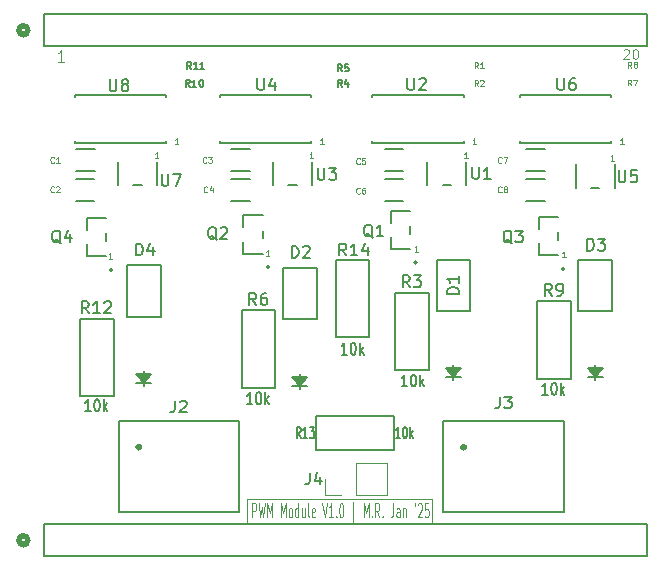
<source format=gbr>
%TF.GenerationSoftware,KiCad,Pcbnew,8.0.8*%
%TF.CreationDate,2025-02-03T20:57:41-05:00*%
%TF.ProjectId,PWM Module,50574d20-4d6f-4647-956c-652e6b696361,rev?*%
%TF.SameCoordinates,Original*%
%TF.FileFunction,Legend,Top*%
%TF.FilePolarity,Positive*%
%FSLAX46Y46*%
G04 Gerber Fmt 4.6, Leading zero omitted, Abs format (unit mm)*
G04 Created by KiCad (PCBNEW 8.0.8) date 2025-02-03 20:57:41*
%MOMM*%
%LPD*%
G01*
G04 APERTURE LIST*
%ADD10C,0.100000*%
%ADD11C,0.150000*%
%ADD12C,0.125000*%
%ADD13C,0.120000*%
%ADD14C,0.152400*%
%ADD15C,0.200000*%
%ADD16C,0.400000*%
%ADD17C,0.508000*%
G04 APERTURE END LIST*
D10*
X168200000Y-65100000D02*
X183800000Y-65100000D01*
X183800000Y-67200000D01*
X168200000Y-67200000D01*
X168200000Y-65100000D01*
X162346741Y-35033609D02*
X162061027Y-35033609D01*
X162203884Y-35033609D02*
X162203884Y-34533609D01*
X162203884Y-34533609D02*
X162156265Y-34605038D01*
X162156265Y-34605038D02*
X162108646Y-34652657D01*
X162108646Y-34652657D02*
X162061027Y-34676466D01*
X182646741Y-44133609D02*
X182361027Y-44133609D01*
X182503884Y-44133609D02*
X182503884Y-43633609D01*
X182503884Y-43633609D02*
X182456265Y-43705038D01*
X182456265Y-43705038D02*
X182408646Y-43752657D01*
X182408646Y-43752657D02*
X182361027Y-43776466D01*
D11*
X168623809Y-57054819D02*
X168166666Y-57054819D01*
X168395238Y-57054819D02*
X168395238Y-56054819D01*
X168395238Y-56054819D02*
X168319047Y-56197676D01*
X168319047Y-56197676D02*
X168242857Y-56292914D01*
X168242857Y-56292914D02*
X168166666Y-56340533D01*
X169119048Y-56054819D02*
X169195238Y-56054819D01*
X169195238Y-56054819D02*
X169271429Y-56102438D01*
X169271429Y-56102438D02*
X169309524Y-56150057D01*
X169309524Y-56150057D02*
X169347619Y-56245295D01*
X169347619Y-56245295D02*
X169385714Y-56435771D01*
X169385714Y-56435771D02*
X169385714Y-56673866D01*
X169385714Y-56673866D02*
X169347619Y-56864342D01*
X169347619Y-56864342D02*
X169309524Y-56959580D01*
X169309524Y-56959580D02*
X169271429Y-57007200D01*
X169271429Y-57007200D02*
X169195238Y-57054819D01*
X169195238Y-57054819D02*
X169119048Y-57054819D01*
X169119048Y-57054819D02*
X169042857Y-57007200D01*
X169042857Y-57007200D02*
X169004762Y-56959580D01*
X169004762Y-56959580D02*
X168966667Y-56864342D01*
X168966667Y-56864342D02*
X168928571Y-56673866D01*
X168928571Y-56673866D02*
X168928571Y-56435771D01*
X168928571Y-56435771D02*
X168966667Y-56245295D01*
X168966667Y-56245295D02*
X169004762Y-56150057D01*
X169004762Y-56150057D02*
X169042857Y-56102438D01*
X169042857Y-56102438D02*
X169119048Y-56054819D01*
X169728572Y-57054819D02*
X169728572Y-56054819D01*
X169804762Y-56673866D02*
X170033334Y-57054819D01*
X170033334Y-56388152D02*
X169728572Y-56769104D01*
D10*
X199246741Y-36433609D02*
X198961027Y-36433609D01*
X199103884Y-36433609D02*
X199103884Y-35933609D01*
X199103884Y-35933609D02*
X199056265Y-36005038D01*
X199056265Y-36005038D02*
X199008646Y-36052657D01*
X199008646Y-36052657D02*
X198961027Y-36076466D01*
X170046741Y-44533609D02*
X169761027Y-44533609D01*
X169903884Y-44533609D02*
X169903884Y-44033609D01*
X169903884Y-44033609D02*
X169856265Y-44105038D01*
X169856265Y-44105038D02*
X169808646Y-44152657D01*
X169808646Y-44152657D02*
X169761027Y-44176466D01*
X156746741Y-44733609D02*
X156461027Y-44733609D01*
X156603884Y-44733609D02*
X156603884Y-44233609D01*
X156603884Y-44233609D02*
X156556265Y-44305038D01*
X156556265Y-44305038D02*
X156508646Y-44352657D01*
X156508646Y-44352657D02*
X156461027Y-44376466D01*
D11*
X176623809Y-52854819D02*
X176166666Y-52854819D01*
X176395238Y-52854819D02*
X176395238Y-51854819D01*
X176395238Y-51854819D02*
X176319047Y-51997676D01*
X176319047Y-51997676D02*
X176242857Y-52092914D01*
X176242857Y-52092914D02*
X176166666Y-52140533D01*
X177119048Y-51854819D02*
X177195238Y-51854819D01*
X177195238Y-51854819D02*
X177271429Y-51902438D01*
X177271429Y-51902438D02*
X177309524Y-51950057D01*
X177309524Y-51950057D02*
X177347619Y-52045295D01*
X177347619Y-52045295D02*
X177385714Y-52235771D01*
X177385714Y-52235771D02*
X177385714Y-52473866D01*
X177385714Y-52473866D02*
X177347619Y-52664342D01*
X177347619Y-52664342D02*
X177309524Y-52759580D01*
X177309524Y-52759580D02*
X177271429Y-52807200D01*
X177271429Y-52807200D02*
X177195238Y-52854819D01*
X177195238Y-52854819D02*
X177119048Y-52854819D01*
X177119048Y-52854819D02*
X177042857Y-52807200D01*
X177042857Y-52807200D02*
X177004762Y-52759580D01*
X177004762Y-52759580D02*
X176966667Y-52664342D01*
X176966667Y-52664342D02*
X176928571Y-52473866D01*
X176928571Y-52473866D02*
X176928571Y-52235771D01*
X176928571Y-52235771D02*
X176966667Y-52045295D01*
X176966667Y-52045295D02*
X177004762Y-51950057D01*
X177004762Y-51950057D02*
X177042857Y-51902438D01*
X177042857Y-51902438D02*
X177119048Y-51854819D01*
X177728572Y-52854819D02*
X177728572Y-51854819D01*
X177804762Y-52473866D02*
X178033334Y-52854819D01*
X178033334Y-52188152D02*
X177728572Y-52569104D01*
D10*
X195146741Y-44633609D02*
X194861027Y-44633609D01*
X195003884Y-44633609D02*
X195003884Y-44133609D01*
X195003884Y-44133609D02*
X194956265Y-44205038D01*
X194956265Y-44205038D02*
X194908646Y-44252657D01*
X194908646Y-44252657D02*
X194861027Y-44276466D01*
D11*
X193623809Y-56254819D02*
X193166666Y-56254819D01*
X193395238Y-56254819D02*
X193395238Y-55254819D01*
X193395238Y-55254819D02*
X193319047Y-55397676D01*
X193319047Y-55397676D02*
X193242857Y-55492914D01*
X193242857Y-55492914D02*
X193166666Y-55540533D01*
X194119048Y-55254819D02*
X194195238Y-55254819D01*
X194195238Y-55254819D02*
X194271429Y-55302438D01*
X194271429Y-55302438D02*
X194309524Y-55350057D01*
X194309524Y-55350057D02*
X194347619Y-55445295D01*
X194347619Y-55445295D02*
X194385714Y-55635771D01*
X194385714Y-55635771D02*
X194385714Y-55873866D01*
X194385714Y-55873866D02*
X194347619Y-56064342D01*
X194347619Y-56064342D02*
X194309524Y-56159580D01*
X194309524Y-56159580D02*
X194271429Y-56207200D01*
X194271429Y-56207200D02*
X194195238Y-56254819D01*
X194195238Y-56254819D02*
X194119048Y-56254819D01*
X194119048Y-56254819D02*
X194042857Y-56207200D01*
X194042857Y-56207200D02*
X194004762Y-56159580D01*
X194004762Y-56159580D02*
X193966667Y-56064342D01*
X193966667Y-56064342D02*
X193928571Y-55873866D01*
X193928571Y-55873866D02*
X193928571Y-55635771D01*
X193928571Y-55635771D02*
X193966667Y-55445295D01*
X193966667Y-55445295D02*
X194004762Y-55350057D01*
X194004762Y-55350057D02*
X194042857Y-55302438D01*
X194042857Y-55302438D02*
X194119048Y-55254819D01*
X194728572Y-56254819D02*
X194728572Y-55254819D01*
X194804762Y-55873866D02*
X195033334Y-56254819D01*
X195033334Y-55588152D02*
X194728572Y-55969104D01*
X181142856Y-59954819D02*
X180799999Y-59954819D01*
X180971428Y-59954819D02*
X180971428Y-58954819D01*
X180971428Y-58954819D02*
X180914285Y-59097676D01*
X180914285Y-59097676D02*
X180857142Y-59192914D01*
X180857142Y-59192914D02*
X180799999Y-59240533D01*
X181514285Y-58954819D02*
X181571428Y-58954819D01*
X181571428Y-58954819D02*
X181628571Y-59002438D01*
X181628571Y-59002438D02*
X181657143Y-59050057D01*
X181657143Y-59050057D02*
X181685714Y-59145295D01*
X181685714Y-59145295D02*
X181714285Y-59335771D01*
X181714285Y-59335771D02*
X181714285Y-59573866D01*
X181714285Y-59573866D02*
X181685714Y-59764342D01*
X181685714Y-59764342D02*
X181657143Y-59859580D01*
X181657143Y-59859580D02*
X181628571Y-59907200D01*
X181628571Y-59907200D02*
X181571428Y-59954819D01*
X181571428Y-59954819D02*
X181514285Y-59954819D01*
X181514285Y-59954819D02*
X181457143Y-59907200D01*
X181457143Y-59907200D02*
X181428571Y-59859580D01*
X181428571Y-59859580D02*
X181400000Y-59764342D01*
X181400000Y-59764342D02*
X181371428Y-59573866D01*
X181371428Y-59573866D02*
X181371428Y-59335771D01*
X181371428Y-59335771D02*
X181400000Y-59145295D01*
X181400000Y-59145295D02*
X181428571Y-59050057D01*
X181428571Y-59050057D02*
X181457143Y-59002438D01*
X181457143Y-59002438D02*
X181514285Y-58954819D01*
X181971429Y-59954819D02*
X181971429Y-58954819D01*
X182028572Y-59573866D02*
X182200000Y-59954819D01*
X182200000Y-59288152D02*
X181971429Y-59669104D01*
D10*
X160646741Y-36233609D02*
X160361027Y-36233609D01*
X160503884Y-36233609D02*
X160503884Y-35733609D01*
X160503884Y-35733609D02*
X160456265Y-35805038D01*
X160456265Y-35805038D02*
X160408646Y-35852657D01*
X160408646Y-35852657D02*
X160361027Y-35876466D01*
X152701503Y-28072419D02*
X152130075Y-28072419D01*
X152415789Y-28072419D02*
X152415789Y-27072419D01*
X152415789Y-27072419D02*
X152320551Y-27215276D01*
X152320551Y-27215276D02*
X152225313Y-27310514D01*
X152225313Y-27310514D02*
X152130075Y-27358133D01*
X174646741Y-35033609D02*
X174361027Y-35033609D01*
X174503884Y-35033609D02*
X174503884Y-34533609D01*
X174503884Y-34533609D02*
X174456265Y-34605038D01*
X174456265Y-34605038D02*
X174408646Y-34652657D01*
X174408646Y-34652657D02*
X174361027Y-34676466D01*
D11*
X154923809Y-57654819D02*
X154466666Y-57654819D01*
X154695238Y-57654819D02*
X154695238Y-56654819D01*
X154695238Y-56654819D02*
X154619047Y-56797676D01*
X154619047Y-56797676D02*
X154542857Y-56892914D01*
X154542857Y-56892914D02*
X154466666Y-56940533D01*
X155419048Y-56654819D02*
X155495238Y-56654819D01*
X155495238Y-56654819D02*
X155571429Y-56702438D01*
X155571429Y-56702438D02*
X155609524Y-56750057D01*
X155609524Y-56750057D02*
X155647619Y-56845295D01*
X155647619Y-56845295D02*
X155685714Y-57035771D01*
X155685714Y-57035771D02*
X155685714Y-57273866D01*
X155685714Y-57273866D02*
X155647619Y-57464342D01*
X155647619Y-57464342D02*
X155609524Y-57559580D01*
X155609524Y-57559580D02*
X155571429Y-57607200D01*
X155571429Y-57607200D02*
X155495238Y-57654819D01*
X155495238Y-57654819D02*
X155419048Y-57654819D01*
X155419048Y-57654819D02*
X155342857Y-57607200D01*
X155342857Y-57607200D02*
X155304762Y-57559580D01*
X155304762Y-57559580D02*
X155266667Y-57464342D01*
X155266667Y-57464342D02*
X155228571Y-57273866D01*
X155228571Y-57273866D02*
X155228571Y-57035771D01*
X155228571Y-57035771D02*
X155266667Y-56845295D01*
X155266667Y-56845295D02*
X155304762Y-56750057D01*
X155304762Y-56750057D02*
X155342857Y-56702438D01*
X155342857Y-56702438D02*
X155419048Y-56654819D01*
X156028572Y-57654819D02*
X156028572Y-56654819D01*
X156104762Y-57273866D02*
X156333334Y-57654819D01*
X156333334Y-56988152D02*
X156028572Y-57369104D01*
D10*
X173746741Y-36233609D02*
X173461027Y-36233609D01*
X173603884Y-36233609D02*
X173603884Y-35733609D01*
X173603884Y-35733609D02*
X173556265Y-35805038D01*
X173556265Y-35805038D02*
X173508646Y-35852657D01*
X173508646Y-35852657D02*
X173461027Y-35876466D01*
X168608646Y-66647942D02*
X168608646Y-65447942D01*
X168608646Y-65447942D02*
X168837217Y-65447942D01*
X168837217Y-65447942D02*
X168894360Y-65505085D01*
X168894360Y-65505085D02*
X168922931Y-65562228D01*
X168922931Y-65562228D02*
X168951503Y-65676514D01*
X168951503Y-65676514D02*
X168951503Y-65847942D01*
X168951503Y-65847942D02*
X168922931Y-65962228D01*
X168922931Y-65962228D02*
X168894360Y-66019371D01*
X168894360Y-66019371D02*
X168837217Y-66076514D01*
X168837217Y-66076514D02*
X168608646Y-66076514D01*
X169151503Y-65447942D02*
X169294360Y-66647942D01*
X169294360Y-66647942D02*
X169408646Y-65790800D01*
X169408646Y-65790800D02*
X169522931Y-66647942D01*
X169522931Y-66647942D02*
X169665789Y-65447942D01*
X169894360Y-66647942D02*
X169894360Y-65447942D01*
X169894360Y-65447942D02*
X170094360Y-66305085D01*
X170094360Y-66305085D02*
X170294360Y-65447942D01*
X170294360Y-65447942D02*
X170294360Y-66647942D01*
X171037217Y-66647942D02*
X171037217Y-65447942D01*
X171037217Y-65447942D02*
X171237217Y-66305085D01*
X171237217Y-66305085D02*
X171437217Y-65447942D01*
X171437217Y-65447942D02*
X171437217Y-66647942D01*
X171808645Y-66647942D02*
X171751502Y-66590800D01*
X171751502Y-66590800D02*
X171722931Y-66533657D01*
X171722931Y-66533657D02*
X171694359Y-66419371D01*
X171694359Y-66419371D02*
X171694359Y-66076514D01*
X171694359Y-66076514D02*
X171722931Y-65962228D01*
X171722931Y-65962228D02*
X171751502Y-65905085D01*
X171751502Y-65905085D02*
X171808645Y-65847942D01*
X171808645Y-65847942D02*
X171894359Y-65847942D01*
X171894359Y-65847942D02*
X171951502Y-65905085D01*
X171951502Y-65905085D02*
X171980074Y-65962228D01*
X171980074Y-65962228D02*
X172008645Y-66076514D01*
X172008645Y-66076514D02*
X172008645Y-66419371D01*
X172008645Y-66419371D02*
X171980074Y-66533657D01*
X171980074Y-66533657D02*
X171951502Y-66590800D01*
X171951502Y-66590800D02*
X171894359Y-66647942D01*
X171894359Y-66647942D02*
X171808645Y-66647942D01*
X172522931Y-66647942D02*
X172522931Y-65447942D01*
X172522931Y-66590800D02*
X172465788Y-66647942D01*
X172465788Y-66647942D02*
X172351502Y-66647942D01*
X172351502Y-66647942D02*
X172294359Y-66590800D01*
X172294359Y-66590800D02*
X172265788Y-66533657D01*
X172265788Y-66533657D02*
X172237216Y-66419371D01*
X172237216Y-66419371D02*
X172237216Y-66076514D01*
X172237216Y-66076514D02*
X172265788Y-65962228D01*
X172265788Y-65962228D02*
X172294359Y-65905085D01*
X172294359Y-65905085D02*
X172351502Y-65847942D01*
X172351502Y-65847942D02*
X172465788Y-65847942D01*
X172465788Y-65847942D02*
X172522931Y-65905085D01*
X173065788Y-65847942D02*
X173065788Y-66647942D01*
X172808645Y-65847942D02*
X172808645Y-66476514D01*
X172808645Y-66476514D02*
X172837216Y-66590800D01*
X172837216Y-66590800D02*
X172894359Y-66647942D01*
X172894359Y-66647942D02*
X172980073Y-66647942D01*
X172980073Y-66647942D02*
X173037216Y-66590800D01*
X173037216Y-66590800D02*
X173065788Y-66533657D01*
X173437216Y-66647942D02*
X173380073Y-66590800D01*
X173380073Y-66590800D02*
X173351502Y-66476514D01*
X173351502Y-66476514D02*
X173351502Y-65447942D01*
X173894359Y-66590800D02*
X173837216Y-66647942D01*
X173837216Y-66647942D02*
X173722931Y-66647942D01*
X173722931Y-66647942D02*
X173665788Y-66590800D01*
X173665788Y-66590800D02*
X173637216Y-66476514D01*
X173637216Y-66476514D02*
X173637216Y-66019371D01*
X173637216Y-66019371D02*
X173665788Y-65905085D01*
X173665788Y-65905085D02*
X173722931Y-65847942D01*
X173722931Y-65847942D02*
X173837216Y-65847942D01*
X173837216Y-65847942D02*
X173894359Y-65905085D01*
X173894359Y-65905085D02*
X173922931Y-66019371D01*
X173922931Y-66019371D02*
X173922931Y-66133657D01*
X173922931Y-66133657D02*
X173637216Y-66247942D01*
X174551502Y-65447942D02*
X174751502Y-66647942D01*
X174751502Y-66647942D02*
X174951502Y-65447942D01*
X175465788Y-66647942D02*
X175122931Y-66647942D01*
X175294360Y-66647942D02*
X175294360Y-65447942D01*
X175294360Y-65447942D02*
X175237217Y-65619371D01*
X175237217Y-65619371D02*
X175180074Y-65733657D01*
X175180074Y-65733657D02*
X175122931Y-65790800D01*
X175722932Y-66533657D02*
X175751503Y-66590800D01*
X175751503Y-66590800D02*
X175722932Y-66647942D01*
X175722932Y-66647942D02*
X175694360Y-66590800D01*
X175694360Y-66590800D02*
X175722932Y-66533657D01*
X175722932Y-66533657D02*
X175722932Y-66647942D01*
X176122931Y-65447942D02*
X176180074Y-65447942D01*
X176180074Y-65447942D02*
X176237217Y-65505085D01*
X176237217Y-65505085D02*
X176265789Y-65562228D01*
X176265789Y-65562228D02*
X176294360Y-65676514D01*
X176294360Y-65676514D02*
X176322931Y-65905085D01*
X176322931Y-65905085D02*
X176322931Y-66190800D01*
X176322931Y-66190800D02*
X176294360Y-66419371D01*
X176294360Y-66419371D02*
X176265789Y-66533657D01*
X176265789Y-66533657D02*
X176237217Y-66590800D01*
X176237217Y-66590800D02*
X176180074Y-66647942D01*
X176180074Y-66647942D02*
X176122931Y-66647942D01*
X176122931Y-66647942D02*
X176065789Y-66590800D01*
X176065789Y-66590800D02*
X176037217Y-66533657D01*
X176037217Y-66533657D02*
X176008646Y-66419371D01*
X176008646Y-66419371D02*
X175980074Y-66190800D01*
X175980074Y-66190800D02*
X175980074Y-65905085D01*
X175980074Y-65905085D02*
X176008646Y-65676514D01*
X176008646Y-65676514D02*
X176037217Y-65562228D01*
X176037217Y-65562228D02*
X176065789Y-65505085D01*
X176065789Y-65505085D02*
X176122931Y-65447942D01*
X177180075Y-67047942D02*
X177180075Y-65333657D01*
X178065790Y-66647942D02*
X178065790Y-65447942D01*
X178065790Y-65447942D02*
X178265790Y-66305085D01*
X178265790Y-66305085D02*
X178465790Y-65447942D01*
X178465790Y-65447942D02*
X178465790Y-66647942D01*
X178751504Y-66533657D02*
X178780075Y-66590800D01*
X178780075Y-66590800D02*
X178751504Y-66647942D01*
X178751504Y-66647942D02*
X178722932Y-66590800D01*
X178722932Y-66590800D02*
X178751504Y-66533657D01*
X178751504Y-66533657D02*
X178751504Y-66647942D01*
X179380075Y-66647942D02*
X179180075Y-66076514D01*
X179037218Y-66647942D02*
X179037218Y-65447942D01*
X179037218Y-65447942D02*
X179265789Y-65447942D01*
X179265789Y-65447942D02*
X179322932Y-65505085D01*
X179322932Y-65505085D02*
X179351503Y-65562228D01*
X179351503Y-65562228D02*
X179380075Y-65676514D01*
X179380075Y-65676514D02*
X179380075Y-65847942D01*
X179380075Y-65847942D02*
X179351503Y-65962228D01*
X179351503Y-65962228D02*
X179322932Y-66019371D01*
X179322932Y-66019371D02*
X179265789Y-66076514D01*
X179265789Y-66076514D02*
X179037218Y-66076514D01*
X179637218Y-66533657D02*
X179665789Y-66590800D01*
X179665789Y-66590800D02*
X179637218Y-66647942D01*
X179637218Y-66647942D02*
X179608646Y-66590800D01*
X179608646Y-66590800D02*
X179637218Y-66533657D01*
X179637218Y-66533657D02*
X179637218Y-66647942D01*
X180551503Y-65447942D02*
X180551503Y-66305085D01*
X180551503Y-66305085D02*
X180522932Y-66476514D01*
X180522932Y-66476514D02*
X180465789Y-66590800D01*
X180465789Y-66590800D02*
X180380075Y-66647942D01*
X180380075Y-66647942D02*
X180322932Y-66647942D01*
X181094361Y-66647942D02*
X181094361Y-66019371D01*
X181094361Y-66019371D02*
X181065789Y-65905085D01*
X181065789Y-65905085D02*
X181008646Y-65847942D01*
X181008646Y-65847942D02*
X180894361Y-65847942D01*
X180894361Y-65847942D02*
X180837218Y-65905085D01*
X181094361Y-66590800D02*
X181037218Y-66647942D01*
X181037218Y-66647942D02*
X180894361Y-66647942D01*
X180894361Y-66647942D02*
X180837218Y-66590800D01*
X180837218Y-66590800D02*
X180808646Y-66476514D01*
X180808646Y-66476514D02*
X180808646Y-66362228D01*
X180808646Y-66362228D02*
X180837218Y-66247942D01*
X180837218Y-66247942D02*
X180894361Y-66190800D01*
X180894361Y-66190800D02*
X181037218Y-66190800D01*
X181037218Y-66190800D02*
X181094361Y-66133657D01*
X181380075Y-65847942D02*
X181380075Y-66647942D01*
X181380075Y-65962228D02*
X181408646Y-65905085D01*
X181408646Y-65905085D02*
X181465789Y-65847942D01*
X181465789Y-65847942D02*
X181551503Y-65847942D01*
X181551503Y-65847942D02*
X181608646Y-65905085D01*
X181608646Y-65905085D02*
X181637218Y-66019371D01*
X181637218Y-66019371D02*
X181637218Y-66647942D01*
X182408646Y-65447942D02*
X182351503Y-65676514D01*
X182637217Y-65562228D02*
X182665789Y-65505085D01*
X182665789Y-65505085D02*
X182722932Y-65447942D01*
X182722932Y-65447942D02*
X182865789Y-65447942D01*
X182865789Y-65447942D02*
X182922932Y-65505085D01*
X182922932Y-65505085D02*
X182951503Y-65562228D01*
X182951503Y-65562228D02*
X182980074Y-65676514D01*
X182980074Y-65676514D02*
X182980074Y-65790800D01*
X182980074Y-65790800D02*
X182951503Y-65962228D01*
X182951503Y-65962228D02*
X182608646Y-66647942D01*
X182608646Y-66647942D02*
X182980074Y-66647942D01*
X183522932Y-65447942D02*
X183237218Y-65447942D01*
X183237218Y-65447942D02*
X183208646Y-66019371D01*
X183208646Y-66019371D02*
X183237218Y-65962228D01*
X183237218Y-65962228D02*
X183294361Y-65905085D01*
X183294361Y-65905085D02*
X183437218Y-65905085D01*
X183437218Y-65905085D02*
X183494361Y-65962228D01*
X183494361Y-65962228D02*
X183522932Y-66019371D01*
X183522932Y-66019371D02*
X183551503Y-66133657D01*
X183551503Y-66133657D02*
X183551503Y-66419371D01*
X183551503Y-66419371D02*
X183522932Y-66533657D01*
X183522932Y-66533657D02*
X183494361Y-66590800D01*
X183494361Y-66590800D02*
X183437218Y-66647942D01*
X183437218Y-66647942D02*
X183294361Y-66647942D01*
X183294361Y-66647942D02*
X183237218Y-66590800D01*
X183237218Y-66590800D02*
X183208646Y-66533657D01*
X200046741Y-35033609D02*
X199761027Y-35033609D01*
X199903884Y-35033609D02*
X199903884Y-34533609D01*
X199903884Y-34533609D02*
X199856265Y-34605038D01*
X199856265Y-34605038D02*
X199808646Y-34652657D01*
X199808646Y-34652657D02*
X199761027Y-34676466D01*
X200046264Y-27073085D02*
X200084360Y-27034990D01*
X200084360Y-27034990D02*
X200160550Y-26996895D01*
X200160550Y-26996895D02*
X200351026Y-26996895D01*
X200351026Y-26996895D02*
X200427217Y-27034990D01*
X200427217Y-27034990D02*
X200465312Y-27073085D01*
X200465312Y-27073085D02*
X200503407Y-27149276D01*
X200503407Y-27149276D02*
X200503407Y-27225466D01*
X200503407Y-27225466D02*
X200465312Y-27339752D01*
X200465312Y-27339752D02*
X200008169Y-27796895D01*
X200008169Y-27796895D02*
X200503407Y-27796895D01*
X200998646Y-26996895D02*
X201074836Y-26996895D01*
X201074836Y-26996895D02*
X201151027Y-27034990D01*
X201151027Y-27034990D02*
X201189122Y-27073085D01*
X201189122Y-27073085D02*
X201227217Y-27149276D01*
X201227217Y-27149276D02*
X201265312Y-27301657D01*
X201265312Y-27301657D02*
X201265312Y-27492133D01*
X201265312Y-27492133D02*
X201227217Y-27644514D01*
X201227217Y-27644514D02*
X201189122Y-27720704D01*
X201189122Y-27720704D02*
X201151027Y-27758800D01*
X201151027Y-27758800D02*
X201074836Y-27796895D01*
X201074836Y-27796895D02*
X200998646Y-27796895D01*
X200998646Y-27796895D02*
X200922455Y-27758800D01*
X200922455Y-27758800D02*
X200884360Y-27720704D01*
X200884360Y-27720704D02*
X200846265Y-27644514D01*
X200846265Y-27644514D02*
X200808169Y-27492133D01*
X200808169Y-27492133D02*
X200808169Y-27301657D01*
X200808169Y-27301657D02*
X200846265Y-27149276D01*
X200846265Y-27149276D02*
X200884360Y-27073085D01*
X200884360Y-27073085D02*
X200922455Y-27034990D01*
X200922455Y-27034990D02*
X200998646Y-26996895D01*
X187546741Y-35033609D02*
X187261027Y-35033609D01*
X187403884Y-35033609D02*
X187403884Y-34533609D01*
X187403884Y-34533609D02*
X187356265Y-34605038D01*
X187356265Y-34605038D02*
X187308646Y-34652657D01*
X187308646Y-34652657D02*
X187261027Y-34676466D01*
D11*
X181723809Y-55554819D02*
X181266666Y-55554819D01*
X181495238Y-55554819D02*
X181495238Y-54554819D01*
X181495238Y-54554819D02*
X181419047Y-54697676D01*
X181419047Y-54697676D02*
X181342857Y-54792914D01*
X181342857Y-54792914D02*
X181266666Y-54840533D01*
X182219048Y-54554819D02*
X182295238Y-54554819D01*
X182295238Y-54554819D02*
X182371429Y-54602438D01*
X182371429Y-54602438D02*
X182409524Y-54650057D01*
X182409524Y-54650057D02*
X182447619Y-54745295D01*
X182447619Y-54745295D02*
X182485714Y-54935771D01*
X182485714Y-54935771D02*
X182485714Y-55173866D01*
X182485714Y-55173866D02*
X182447619Y-55364342D01*
X182447619Y-55364342D02*
X182409524Y-55459580D01*
X182409524Y-55459580D02*
X182371429Y-55507200D01*
X182371429Y-55507200D02*
X182295238Y-55554819D01*
X182295238Y-55554819D02*
X182219048Y-55554819D01*
X182219048Y-55554819D02*
X182142857Y-55507200D01*
X182142857Y-55507200D02*
X182104762Y-55459580D01*
X182104762Y-55459580D02*
X182066667Y-55364342D01*
X182066667Y-55364342D02*
X182028571Y-55173866D01*
X182028571Y-55173866D02*
X182028571Y-54935771D01*
X182028571Y-54935771D02*
X182066667Y-54745295D01*
X182066667Y-54745295D02*
X182104762Y-54650057D01*
X182104762Y-54650057D02*
X182142857Y-54602438D01*
X182142857Y-54602438D02*
X182219048Y-54554819D01*
X182828572Y-55554819D02*
X182828572Y-54554819D01*
X182904762Y-55173866D02*
X183133334Y-55554819D01*
X183133334Y-54888152D02*
X182828572Y-55269104D01*
D10*
X186846741Y-36233609D02*
X186561027Y-36233609D01*
X186703884Y-36233609D02*
X186703884Y-35733609D01*
X186703884Y-35733609D02*
X186656265Y-35805038D01*
X186656265Y-35805038D02*
X186608646Y-35852657D01*
X186608646Y-35852657D02*
X186561027Y-35876466D01*
D11*
X173461666Y-62854819D02*
X173461666Y-63569104D01*
X173461666Y-63569104D02*
X173414047Y-63711961D01*
X173414047Y-63711961D02*
X173318809Y-63807200D01*
X173318809Y-63807200D02*
X173175952Y-63854819D01*
X173175952Y-63854819D02*
X173080714Y-63854819D01*
X174366428Y-63188152D02*
X174366428Y-63854819D01*
X174128333Y-62807200D02*
X173890238Y-63521485D01*
X173890238Y-63521485D02*
X174509285Y-63521485D01*
X160938095Y-37554819D02*
X160938095Y-38364342D01*
X160938095Y-38364342D02*
X160985714Y-38459580D01*
X160985714Y-38459580D02*
X161033333Y-38507200D01*
X161033333Y-38507200D02*
X161128571Y-38554819D01*
X161128571Y-38554819D02*
X161319047Y-38554819D01*
X161319047Y-38554819D02*
X161414285Y-38507200D01*
X161414285Y-38507200D02*
X161461904Y-38459580D01*
X161461904Y-38459580D02*
X161509523Y-38364342D01*
X161509523Y-38364342D02*
X161509523Y-37554819D01*
X161890476Y-37554819D02*
X162557142Y-37554819D01*
X162557142Y-37554819D02*
X162128571Y-38554819D01*
X165604761Y-43150057D02*
X165509523Y-43102438D01*
X165509523Y-43102438D02*
X165414285Y-43007200D01*
X165414285Y-43007200D02*
X165271428Y-42864342D01*
X165271428Y-42864342D02*
X165176190Y-42816723D01*
X165176190Y-42816723D02*
X165080952Y-42816723D01*
X165128571Y-43054819D02*
X165033333Y-43007200D01*
X165033333Y-43007200D02*
X164938095Y-42911961D01*
X164938095Y-42911961D02*
X164890476Y-42721485D01*
X164890476Y-42721485D02*
X164890476Y-42388152D01*
X164890476Y-42388152D02*
X164938095Y-42197676D01*
X164938095Y-42197676D02*
X165033333Y-42102438D01*
X165033333Y-42102438D02*
X165128571Y-42054819D01*
X165128571Y-42054819D02*
X165319047Y-42054819D01*
X165319047Y-42054819D02*
X165414285Y-42102438D01*
X165414285Y-42102438D02*
X165509523Y-42197676D01*
X165509523Y-42197676D02*
X165557142Y-42388152D01*
X165557142Y-42388152D02*
X165557142Y-42721485D01*
X165557142Y-42721485D02*
X165509523Y-42911961D01*
X165509523Y-42911961D02*
X165414285Y-43007200D01*
X165414285Y-43007200D02*
X165319047Y-43054819D01*
X165319047Y-43054819D02*
X165128571Y-43054819D01*
X165938095Y-42150057D02*
X165985714Y-42102438D01*
X165985714Y-42102438D02*
X166080952Y-42054819D01*
X166080952Y-42054819D02*
X166319047Y-42054819D01*
X166319047Y-42054819D02*
X166414285Y-42102438D01*
X166414285Y-42102438D02*
X166461904Y-42150057D01*
X166461904Y-42150057D02*
X166509523Y-42245295D01*
X166509523Y-42245295D02*
X166509523Y-42340533D01*
X166509523Y-42340533D02*
X166461904Y-42483390D01*
X166461904Y-42483390D02*
X165890476Y-43054819D01*
X165890476Y-43054819D02*
X166509523Y-43054819D01*
D12*
X164816666Y-39077190D02*
X164792857Y-39101000D01*
X164792857Y-39101000D02*
X164721428Y-39124809D01*
X164721428Y-39124809D02*
X164673809Y-39124809D01*
X164673809Y-39124809D02*
X164602381Y-39101000D01*
X164602381Y-39101000D02*
X164554762Y-39053380D01*
X164554762Y-39053380D02*
X164530952Y-39005761D01*
X164530952Y-39005761D02*
X164507143Y-38910523D01*
X164507143Y-38910523D02*
X164507143Y-38839095D01*
X164507143Y-38839095D02*
X164530952Y-38743857D01*
X164530952Y-38743857D02*
X164554762Y-38696238D01*
X164554762Y-38696238D02*
X164602381Y-38648619D01*
X164602381Y-38648619D02*
X164673809Y-38624809D01*
X164673809Y-38624809D02*
X164721428Y-38624809D01*
X164721428Y-38624809D02*
X164792857Y-38648619D01*
X164792857Y-38648619D02*
X164816666Y-38672428D01*
X165245238Y-38791476D02*
X165245238Y-39124809D01*
X165126190Y-38601000D02*
X165007143Y-38958142D01*
X165007143Y-38958142D02*
X165316666Y-38958142D01*
D11*
X176200000Y-30169771D02*
X176000000Y-29884057D01*
X175857143Y-30169771D02*
X175857143Y-29569771D01*
X175857143Y-29569771D02*
X176085714Y-29569771D01*
X176085714Y-29569771D02*
X176142857Y-29598342D01*
X176142857Y-29598342D02*
X176171428Y-29626914D01*
X176171428Y-29626914D02*
X176200000Y-29684057D01*
X176200000Y-29684057D02*
X176200000Y-29769771D01*
X176200000Y-29769771D02*
X176171428Y-29826914D01*
X176171428Y-29826914D02*
X176142857Y-29855485D01*
X176142857Y-29855485D02*
X176085714Y-29884057D01*
X176085714Y-29884057D02*
X175857143Y-29884057D01*
X176714286Y-29769771D02*
X176714286Y-30169771D01*
X176571428Y-29541200D02*
X176428571Y-29969771D01*
X176428571Y-29969771D02*
X176800000Y-29969771D01*
D12*
X151816666Y-39077190D02*
X151792857Y-39101000D01*
X151792857Y-39101000D02*
X151721428Y-39124809D01*
X151721428Y-39124809D02*
X151673809Y-39124809D01*
X151673809Y-39124809D02*
X151602381Y-39101000D01*
X151602381Y-39101000D02*
X151554762Y-39053380D01*
X151554762Y-39053380D02*
X151530952Y-39005761D01*
X151530952Y-39005761D02*
X151507143Y-38910523D01*
X151507143Y-38910523D02*
X151507143Y-38839095D01*
X151507143Y-38839095D02*
X151530952Y-38743857D01*
X151530952Y-38743857D02*
X151554762Y-38696238D01*
X151554762Y-38696238D02*
X151602381Y-38648619D01*
X151602381Y-38648619D02*
X151673809Y-38624809D01*
X151673809Y-38624809D02*
X151721428Y-38624809D01*
X151721428Y-38624809D02*
X151792857Y-38648619D01*
X151792857Y-38648619D02*
X151816666Y-38672428D01*
X152007143Y-38672428D02*
X152030952Y-38648619D01*
X152030952Y-38648619D02*
X152078571Y-38624809D01*
X152078571Y-38624809D02*
X152197619Y-38624809D01*
X152197619Y-38624809D02*
X152245238Y-38648619D01*
X152245238Y-38648619D02*
X152269047Y-38672428D01*
X152269047Y-38672428D02*
X152292857Y-38720047D01*
X152292857Y-38720047D02*
X152292857Y-38767666D01*
X152292857Y-38767666D02*
X152269047Y-38839095D01*
X152269047Y-38839095D02*
X151983333Y-39124809D01*
X151983333Y-39124809D02*
X152292857Y-39124809D01*
X187716666Y-28624809D02*
X187550000Y-28386714D01*
X187430952Y-28624809D02*
X187430952Y-28124809D01*
X187430952Y-28124809D02*
X187621428Y-28124809D01*
X187621428Y-28124809D02*
X187669047Y-28148619D01*
X187669047Y-28148619D02*
X187692857Y-28172428D01*
X187692857Y-28172428D02*
X187716666Y-28220047D01*
X187716666Y-28220047D02*
X187716666Y-28291476D01*
X187716666Y-28291476D02*
X187692857Y-28339095D01*
X187692857Y-28339095D02*
X187669047Y-28362904D01*
X187669047Y-28362904D02*
X187621428Y-28386714D01*
X187621428Y-28386714D02*
X187430952Y-28386714D01*
X188192857Y-28624809D02*
X187907143Y-28624809D01*
X188050000Y-28624809D02*
X188050000Y-28124809D01*
X188050000Y-28124809D02*
X188002381Y-28196238D01*
X188002381Y-28196238D02*
X187954762Y-28243857D01*
X187954762Y-28243857D02*
X187907143Y-28267666D01*
D11*
X189566666Y-56419819D02*
X189566666Y-57134104D01*
X189566666Y-57134104D02*
X189519047Y-57276961D01*
X189519047Y-57276961D02*
X189423809Y-57372200D01*
X189423809Y-57372200D02*
X189280952Y-57419819D01*
X189280952Y-57419819D02*
X189185714Y-57419819D01*
X189947619Y-56419819D02*
X190566666Y-56419819D01*
X190566666Y-56419819D02*
X190233333Y-56800771D01*
X190233333Y-56800771D02*
X190376190Y-56800771D01*
X190376190Y-56800771D02*
X190471428Y-56848390D01*
X190471428Y-56848390D02*
X190519047Y-56896009D01*
X190519047Y-56896009D02*
X190566666Y-56991247D01*
X190566666Y-56991247D02*
X190566666Y-57229342D01*
X190566666Y-57229342D02*
X190519047Y-57324580D01*
X190519047Y-57324580D02*
X190471428Y-57372200D01*
X190471428Y-57372200D02*
X190376190Y-57419819D01*
X190376190Y-57419819D02*
X190090476Y-57419819D01*
X190090476Y-57419819D02*
X189995238Y-57372200D01*
X189995238Y-57372200D02*
X189947619Y-57324580D01*
X158761905Y-44454819D02*
X158761905Y-43454819D01*
X158761905Y-43454819D02*
X159000000Y-43454819D01*
X159000000Y-43454819D02*
X159142857Y-43502438D01*
X159142857Y-43502438D02*
X159238095Y-43597676D01*
X159238095Y-43597676D02*
X159285714Y-43692914D01*
X159285714Y-43692914D02*
X159333333Y-43883390D01*
X159333333Y-43883390D02*
X159333333Y-44026247D01*
X159333333Y-44026247D02*
X159285714Y-44216723D01*
X159285714Y-44216723D02*
X159238095Y-44311961D01*
X159238095Y-44311961D02*
X159142857Y-44407200D01*
X159142857Y-44407200D02*
X159000000Y-44454819D01*
X159000000Y-44454819D02*
X158761905Y-44454819D01*
X160190476Y-43788152D02*
X160190476Y-44454819D01*
X159952381Y-43407200D02*
X159714286Y-44121485D01*
X159714286Y-44121485D02*
X160333333Y-44121485D01*
X186094819Y-47726094D02*
X185094819Y-47726094D01*
X185094819Y-47726094D02*
X185094819Y-47487999D01*
X185094819Y-47487999D02*
X185142438Y-47345142D01*
X185142438Y-47345142D02*
X185237676Y-47249904D01*
X185237676Y-47249904D02*
X185332914Y-47202285D01*
X185332914Y-47202285D02*
X185523390Y-47154666D01*
X185523390Y-47154666D02*
X185666247Y-47154666D01*
X185666247Y-47154666D02*
X185856723Y-47202285D01*
X185856723Y-47202285D02*
X185951961Y-47249904D01*
X185951961Y-47249904D02*
X186047200Y-47345142D01*
X186047200Y-47345142D02*
X186094819Y-47487999D01*
X186094819Y-47487999D02*
X186094819Y-47726094D01*
X186094819Y-46202285D02*
X186094819Y-46773713D01*
X186094819Y-46487999D02*
X185094819Y-46487999D01*
X185094819Y-46487999D02*
X185237676Y-46583237D01*
X185237676Y-46583237D02*
X185332914Y-46678475D01*
X185332914Y-46678475D02*
X185380533Y-46773713D01*
X190604761Y-43450057D02*
X190509523Y-43402438D01*
X190509523Y-43402438D02*
X190414285Y-43307200D01*
X190414285Y-43307200D02*
X190271428Y-43164342D01*
X190271428Y-43164342D02*
X190176190Y-43116723D01*
X190176190Y-43116723D02*
X190080952Y-43116723D01*
X190128571Y-43354819D02*
X190033333Y-43307200D01*
X190033333Y-43307200D02*
X189938095Y-43211961D01*
X189938095Y-43211961D02*
X189890476Y-43021485D01*
X189890476Y-43021485D02*
X189890476Y-42688152D01*
X189890476Y-42688152D02*
X189938095Y-42497676D01*
X189938095Y-42497676D02*
X190033333Y-42402438D01*
X190033333Y-42402438D02*
X190128571Y-42354819D01*
X190128571Y-42354819D02*
X190319047Y-42354819D01*
X190319047Y-42354819D02*
X190414285Y-42402438D01*
X190414285Y-42402438D02*
X190509523Y-42497676D01*
X190509523Y-42497676D02*
X190557142Y-42688152D01*
X190557142Y-42688152D02*
X190557142Y-43021485D01*
X190557142Y-43021485D02*
X190509523Y-43211961D01*
X190509523Y-43211961D02*
X190414285Y-43307200D01*
X190414285Y-43307200D02*
X190319047Y-43354819D01*
X190319047Y-43354819D02*
X190128571Y-43354819D01*
X190890476Y-42354819D02*
X191509523Y-42354819D01*
X191509523Y-42354819D02*
X191176190Y-42735771D01*
X191176190Y-42735771D02*
X191319047Y-42735771D01*
X191319047Y-42735771D02*
X191414285Y-42783390D01*
X191414285Y-42783390D02*
X191461904Y-42831009D01*
X191461904Y-42831009D02*
X191509523Y-42926247D01*
X191509523Y-42926247D02*
X191509523Y-43164342D01*
X191509523Y-43164342D02*
X191461904Y-43259580D01*
X191461904Y-43259580D02*
X191414285Y-43307200D01*
X191414285Y-43307200D02*
X191319047Y-43354819D01*
X191319047Y-43354819D02*
X191033333Y-43354819D01*
X191033333Y-43354819D02*
X190938095Y-43307200D01*
X190938095Y-43307200D02*
X190890476Y-43259580D01*
X176200000Y-28869771D02*
X176000000Y-28584057D01*
X175857143Y-28869771D02*
X175857143Y-28269771D01*
X175857143Y-28269771D02*
X176085714Y-28269771D01*
X176085714Y-28269771D02*
X176142857Y-28298342D01*
X176142857Y-28298342D02*
X176171428Y-28326914D01*
X176171428Y-28326914D02*
X176200000Y-28384057D01*
X176200000Y-28384057D02*
X176200000Y-28469771D01*
X176200000Y-28469771D02*
X176171428Y-28526914D01*
X176171428Y-28526914D02*
X176142857Y-28555485D01*
X176142857Y-28555485D02*
X176085714Y-28584057D01*
X176085714Y-28584057D02*
X175857143Y-28584057D01*
X176742857Y-28269771D02*
X176457143Y-28269771D01*
X176457143Y-28269771D02*
X176428571Y-28555485D01*
X176428571Y-28555485D02*
X176457143Y-28526914D01*
X176457143Y-28526914D02*
X176514286Y-28498342D01*
X176514286Y-28498342D02*
X176657143Y-28498342D01*
X176657143Y-28498342D02*
X176714286Y-28526914D01*
X176714286Y-28526914D02*
X176742857Y-28555485D01*
X176742857Y-28555485D02*
X176771428Y-28612628D01*
X176771428Y-28612628D02*
X176771428Y-28755485D01*
X176771428Y-28755485D02*
X176742857Y-28812628D01*
X176742857Y-28812628D02*
X176714286Y-28841200D01*
X176714286Y-28841200D02*
X176657143Y-28869771D01*
X176657143Y-28869771D02*
X176514286Y-28869771D01*
X176514286Y-28869771D02*
X176457143Y-28841200D01*
X176457143Y-28841200D02*
X176428571Y-28812628D01*
X162066666Y-56754819D02*
X162066666Y-57469104D01*
X162066666Y-57469104D02*
X162019047Y-57611961D01*
X162019047Y-57611961D02*
X161923809Y-57707200D01*
X161923809Y-57707200D02*
X161780952Y-57754819D01*
X161780952Y-57754819D02*
X161685714Y-57754819D01*
X162495238Y-56850057D02*
X162542857Y-56802438D01*
X162542857Y-56802438D02*
X162638095Y-56754819D01*
X162638095Y-56754819D02*
X162876190Y-56754819D01*
X162876190Y-56754819D02*
X162971428Y-56802438D01*
X162971428Y-56802438D02*
X163019047Y-56850057D01*
X163019047Y-56850057D02*
X163066666Y-56945295D01*
X163066666Y-56945295D02*
X163066666Y-57040533D01*
X163066666Y-57040533D02*
X163019047Y-57183390D01*
X163019047Y-57183390D02*
X162447619Y-57754819D01*
X162447619Y-57754819D02*
X163066666Y-57754819D01*
X163414285Y-28669771D02*
X163214285Y-28384057D01*
X163071428Y-28669771D02*
X163071428Y-28069771D01*
X163071428Y-28069771D02*
X163299999Y-28069771D01*
X163299999Y-28069771D02*
X163357142Y-28098342D01*
X163357142Y-28098342D02*
X163385713Y-28126914D01*
X163385713Y-28126914D02*
X163414285Y-28184057D01*
X163414285Y-28184057D02*
X163414285Y-28269771D01*
X163414285Y-28269771D02*
X163385713Y-28326914D01*
X163385713Y-28326914D02*
X163357142Y-28355485D01*
X163357142Y-28355485D02*
X163299999Y-28384057D01*
X163299999Y-28384057D02*
X163071428Y-28384057D01*
X163985713Y-28669771D02*
X163642856Y-28669771D01*
X163814285Y-28669771D02*
X163814285Y-28069771D01*
X163814285Y-28069771D02*
X163757142Y-28155485D01*
X163757142Y-28155485D02*
X163699999Y-28212628D01*
X163699999Y-28212628D02*
X163642856Y-28241200D01*
X164557142Y-28669771D02*
X164214285Y-28669771D01*
X164385714Y-28669771D02*
X164385714Y-28069771D01*
X164385714Y-28069771D02*
X164328571Y-28155485D01*
X164328571Y-28155485D02*
X164271428Y-28212628D01*
X164271428Y-28212628D02*
X164214285Y-28241200D01*
X199638095Y-37254819D02*
X199638095Y-38064342D01*
X199638095Y-38064342D02*
X199685714Y-38159580D01*
X199685714Y-38159580D02*
X199733333Y-38207200D01*
X199733333Y-38207200D02*
X199828571Y-38254819D01*
X199828571Y-38254819D02*
X200019047Y-38254819D01*
X200019047Y-38254819D02*
X200114285Y-38207200D01*
X200114285Y-38207200D02*
X200161904Y-38159580D01*
X200161904Y-38159580D02*
X200209523Y-38064342D01*
X200209523Y-38064342D02*
X200209523Y-37254819D01*
X201161904Y-37254819D02*
X200685714Y-37254819D01*
X200685714Y-37254819D02*
X200638095Y-37731009D01*
X200638095Y-37731009D02*
X200685714Y-37683390D01*
X200685714Y-37683390D02*
X200780952Y-37635771D01*
X200780952Y-37635771D02*
X201019047Y-37635771D01*
X201019047Y-37635771D02*
X201114285Y-37683390D01*
X201114285Y-37683390D02*
X201161904Y-37731009D01*
X201161904Y-37731009D02*
X201209523Y-37826247D01*
X201209523Y-37826247D02*
X201209523Y-38064342D01*
X201209523Y-38064342D02*
X201161904Y-38159580D01*
X201161904Y-38159580D02*
X201114285Y-38207200D01*
X201114285Y-38207200D02*
X201019047Y-38254819D01*
X201019047Y-38254819D02*
X200780952Y-38254819D01*
X200780952Y-38254819D02*
X200685714Y-38207200D01*
X200685714Y-38207200D02*
X200638095Y-38159580D01*
D12*
X164716666Y-36577190D02*
X164692857Y-36601000D01*
X164692857Y-36601000D02*
X164621428Y-36624809D01*
X164621428Y-36624809D02*
X164573809Y-36624809D01*
X164573809Y-36624809D02*
X164502381Y-36601000D01*
X164502381Y-36601000D02*
X164454762Y-36553380D01*
X164454762Y-36553380D02*
X164430952Y-36505761D01*
X164430952Y-36505761D02*
X164407143Y-36410523D01*
X164407143Y-36410523D02*
X164407143Y-36339095D01*
X164407143Y-36339095D02*
X164430952Y-36243857D01*
X164430952Y-36243857D02*
X164454762Y-36196238D01*
X164454762Y-36196238D02*
X164502381Y-36148619D01*
X164502381Y-36148619D02*
X164573809Y-36124809D01*
X164573809Y-36124809D02*
X164621428Y-36124809D01*
X164621428Y-36124809D02*
X164692857Y-36148619D01*
X164692857Y-36148619D02*
X164716666Y-36172428D01*
X164883333Y-36124809D02*
X165192857Y-36124809D01*
X165192857Y-36124809D02*
X165026190Y-36315285D01*
X165026190Y-36315285D02*
X165097619Y-36315285D01*
X165097619Y-36315285D02*
X165145238Y-36339095D01*
X165145238Y-36339095D02*
X165169047Y-36362904D01*
X165169047Y-36362904D02*
X165192857Y-36410523D01*
X165192857Y-36410523D02*
X165192857Y-36529571D01*
X165192857Y-36529571D02*
X165169047Y-36577190D01*
X165169047Y-36577190D02*
X165145238Y-36601000D01*
X165145238Y-36601000D02*
X165097619Y-36624809D01*
X165097619Y-36624809D02*
X164954762Y-36624809D01*
X164954762Y-36624809D02*
X164907143Y-36601000D01*
X164907143Y-36601000D02*
X164883333Y-36577190D01*
X177716666Y-36677190D02*
X177692857Y-36701000D01*
X177692857Y-36701000D02*
X177621428Y-36724809D01*
X177621428Y-36724809D02*
X177573809Y-36724809D01*
X177573809Y-36724809D02*
X177502381Y-36701000D01*
X177502381Y-36701000D02*
X177454762Y-36653380D01*
X177454762Y-36653380D02*
X177430952Y-36605761D01*
X177430952Y-36605761D02*
X177407143Y-36510523D01*
X177407143Y-36510523D02*
X177407143Y-36439095D01*
X177407143Y-36439095D02*
X177430952Y-36343857D01*
X177430952Y-36343857D02*
X177454762Y-36296238D01*
X177454762Y-36296238D02*
X177502381Y-36248619D01*
X177502381Y-36248619D02*
X177573809Y-36224809D01*
X177573809Y-36224809D02*
X177621428Y-36224809D01*
X177621428Y-36224809D02*
X177692857Y-36248619D01*
X177692857Y-36248619D02*
X177716666Y-36272428D01*
X178169047Y-36224809D02*
X177930952Y-36224809D01*
X177930952Y-36224809D02*
X177907143Y-36462904D01*
X177907143Y-36462904D02*
X177930952Y-36439095D01*
X177930952Y-36439095D02*
X177978571Y-36415285D01*
X177978571Y-36415285D02*
X178097619Y-36415285D01*
X178097619Y-36415285D02*
X178145238Y-36439095D01*
X178145238Y-36439095D02*
X178169047Y-36462904D01*
X178169047Y-36462904D02*
X178192857Y-36510523D01*
X178192857Y-36510523D02*
X178192857Y-36629571D01*
X178192857Y-36629571D02*
X178169047Y-36677190D01*
X178169047Y-36677190D02*
X178145238Y-36701000D01*
X178145238Y-36701000D02*
X178097619Y-36724809D01*
X178097619Y-36724809D02*
X177978571Y-36724809D01*
X177978571Y-36724809D02*
X177930952Y-36701000D01*
X177930952Y-36701000D02*
X177907143Y-36677190D01*
X177716666Y-39177190D02*
X177692857Y-39201000D01*
X177692857Y-39201000D02*
X177621428Y-39224809D01*
X177621428Y-39224809D02*
X177573809Y-39224809D01*
X177573809Y-39224809D02*
X177502381Y-39201000D01*
X177502381Y-39201000D02*
X177454762Y-39153380D01*
X177454762Y-39153380D02*
X177430952Y-39105761D01*
X177430952Y-39105761D02*
X177407143Y-39010523D01*
X177407143Y-39010523D02*
X177407143Y-38939095D01*
X177407143Y-38939095D02*
X177430952Y-38843857D01*
X177430952Y-38843857D02*
X177454762Y-38796238D01*
X177454762Y-38796238D02*
X177502381Y-38748619D01*
X177502381Y-38748619D02*
X177573809Y-38724809D01*
X177573809Y-38724809D02*
X177621428Y-38724809D01*
X177621428Y-38724809D02*
X177692857Y-38748619D01*
X177692857Y-38748619D02*
X177716666Y-38772428D01*
X178145238Y-38724809D02*
X178050000Y-38724809D01*
X178050000Y-38724809D02*
X178002381Y-38748619D01*
X178002381Y-38748619D02*
X177978571Y-38772428D01*
X177978571Y-38772428D02*
X177930952Y-38843857D01*
X177930952Y-38843857D02*
X177907143Y-38939095D01*
X177907143Y-38939095D02*
X177907143Y-39129571D01*
X177907143Y-39129571D02*
X177930952Y-39177190D01*
X177930952Y-39177190D02*
X177954762Y-39201000D01*
X177954762Y-39201000D02*
X178002381Y-39224809D01*
X178002381Y-39224809D02*
X178097619Y-39224809D01*
X178097619Y-39224809D02*
X178145238Y-39201000D01*
X178145238Y-39201000D02*
X178169047Y-39177190D01*
X178169047Y-39177190D02*
X178192857Y-39129571D01*
X178192857Y-39129571D02*
X178192857Y-39010523D01*
X178192857Y-39010523D02*
X178169047Y-38962904D01*
X178169047Y-38962904D02*
X178145238Y-38939095D01*
X178145238Y-38939095D02*
X178097619Y-38915285D01*
X178097619Y-38915285D02*
X178002381Y-38915285D01*
X178002381Y-38915285D02*
X177954762Y-38939095D01*
X177954762Y-38939095D02*
X177930952Y-38962904D01*
X177930952Y-38962904D02*
X177907143Y-39010523D01*
D11*
X152404761Y-43450057D02*
X152309523Y-43402438D01*
X152309523Y-43402438D02*
X152214285Y-43307200D01*
X152214285Y-43307200D02*
X152071428Y-43164342D01*
X152071428Y-43164342D02*
X151976190Y-43116723D01*
X151976190Y-43116723D02*
X151880952Y-43116723D01*
X151928571Y-43354819D02*
X151833333Y-43307200D01*
X151833333Y-43307200D02*
X151738095Y-43211961D01*
X151738095Y-43211961D02*
X151690476Y-43021485D01*
X151690476Y-43021485D02*
X151690476Y-42688152D01*
X151690476Y-42688152D02*
X151738095Y-42497676D01*
X151738095Y-42497676D02*
X151833333Y-42402438D01*
X151833333Y-42402438D02*
X151928571Y-42354819D01*
X151928571Y-42354819D02*
X152119047Y-42354819D01*
X152119047Y-42354819D02*
X152214285Y-42402438D01*
X152214285Y-42402438D02*
X152309523Y-42497676D01*
X152309523Y-42497676D02*
X152357142Y-42688152D01*
X152357142Y-42688152D02*
X152357142Y-43021485D01*
X152357142Y-43021485D02*
X152309523Y-43211961D01*
X152309523Y-43211961D02*
X152214285Y-43307200D01*
X152214285Y-43307200D02*
X152119047Y-43354819D01*
X152119047Y-43354819D02*
X151928571Y-43354819D01*
X153214285Y-42688152D02*
X153214285Y-43354819D01*
X152976190Y-42307200D02*
X152738095Y-43021485D01*
X152738095Y-43021485D02*
X153357142Y-43021485D01*
X196961905Y-44054819D02*
X196961905Y-43054819D01*
X196961905Y-43054819D02*
X197200000Y-43054819D01*
X197200000Y-43054819D02*
X197342857Y-43102438D01*
X197342857Y-43102438D02*
X197438095Y-43197676D01*
X197438095Y-43197676D02*
X197485714Y-43292914D01*
X197485714Y-43292914D02*
X197533333Y-43483390D01*
X197533333Y-43483390D02*
X197533333Y-43626247D01*
X197533333Y-43626247D02*
X197485714Y-43816723D01*
X197485714Y-43816723D02*
X197438095Y-43911961D01*
X197438095Y-43911961D02*
X197342857Y-44007200D01*
X197342857Y-44007200D02*
X197200000Y-44054819D01*
X197200000Y-44054819D02*
X196961905Y-44054819D01*
X197866667Y-43054819D02*
X198485714Y-43054819D01*
X198485714Y-43054819D02*
X198152381Y-43435771D01*
X198152381Y-43435771D02*
X198295238Y-43435771D01*
X198295238Y-43435771D02*
X198390476Y-43483390D01*
X198390476Y-43483390D02*
X198438095Y-43531009D01*
X198438095Y-43531009D02*
X198485714Y-43626247D01*
X198485714Y-43626247D02*
X198485714Y-43864342D01*
X198485714Y-43864342D02*
X198438095Y-43959580D01*
X198438095Y-43959580D02*
X198390476Y-44007200D01*
X198390476Y-44007200D02*
X198295238Y-44054819D01*
X198295238Y-44054819D02*
X198009524Y-44054819D01*
X198009524Y-44054819D02*
X197914286Y-44007200D01*
X197914286Y-44007200D02*
X197866667Y-43959580D01*
X193973333Y-47854819D02*
X193640000Y-47378628D01*
X193401905Y-47854819D02*
X193401905Y-46854819D01*
X193401905Y-46854819D02*
X193782857Y-46854819D01*
X193782857Y-46854819D02*
X193878095Y-46902438D01*
X193878095Y-46902438D02*
X193925714Y-46950057D01*
X193925714Y-46950057D02*
X193973333Y-47045295D01*
X193973333Y-47045295D02*
X193973333Y-47188152D01*
X193973333Y-47188152D02*
X193925714Y-47283390D01*
X193925714Y-47283390D02*
X193878095Y-47331009D01*
X193878095Y-47331009D02*
X193782857Y-47378628D01*
X193782857Y-47378628D02*
X193401905Y-47378628D01*
X194449524Y-47854819D02*
X194640000Y-47854819D01*
X194640000Y-47854819D02*
X194735238Y-47807200D01*
X194735238Y-47807200D02*
X194782857Y-47759580D01*
X194782857Y-47759580D02*
X194878095Y-47616723D01*
X194878095Y-47616723D02*
X194925714Y-47426247D01*
X194925714Y-47426247D02*
X194925714Y-47045295D01*
X194925714Y-47045295D02*
X194878095Y-46950057D01*
X194878095Y-46950057D02*
X194830476Y-46902438D01*
X194830476Y-46902438D02*
X194735238Y-46854819D01*
X194735238Y-46854819D02*
X194544762Y-46854819D01*
X194544762Y-46854819D02*
X194449524Y-46902438D01*
X194449524Y-46902438D02*
X194401905Y-46950057D01*
X194401905Y-46950057D02*
X194354286Y-47045295D01*
X194354286Y-47045295D02*
X194354286Y-47283390D01*
X194354286Y-47283390D02*
X194401905Y-47378628D01*
X194401905Y-47378628D02*
X194449524Y-47426247D01*
X194449524Y-47426247D02*
X194544762Y-47473866D01*
X194544762Y-47473866D02*
X194735238Y-47473866D01*
X194735238Y-47473866D02*
X194830476Y-47426247D01*
X194830476Y-47426247D02*
X194878095Y-47378628D01*
X194878095Y-47378628D02*
X194925714Y-47283390D01*
X181738095Y-29454819D02*
X181738095Y-30264342D01*
X181738095Y-30264342D02*
X181785714Y-30359580D01*
X181785714Y-30359580D02*
X181833333Y-30407200D01*
X181833333Y-30407200D02*
X181928571Y-30454819D01*
X181928571Y-30454819D02*
X182119047Y-30454819D01*
X182119047Y-30454819D02*
X182214285Y-30407200D01*
X182214285Y-30407200D02*
X182261904Y-30359580D01*
X182261904Y-30359580D02*
X182309523Y-30264342D01*
X182309523Y-30264342D02*
X182309523Y-29454819D01*
X182738095Y-29550057D02*
X182785714Y-29502438D01*
X182785714Y-29502438D02*
X182880952Y-29454819D01*
X182880952Y-29454819D02*
X183119047Y-29454819D01*
X183119047Y-29454819D02*
X183214285Y-29502438D01*
X183214285Y-29502438D02*
X183261904Y-29550057D01*
X183261904Y-29550057D02*
X183309523Y-29645295D01*
X183309523Y-29645295D02*
X183309523Y-29740533D01*
X183309523Y-29740533D02*
X183261904Y-29883390D01*
X183261904Y-29883390D02*
X182690476Y-30454819D01*
X182690476Y-30454819D02*
X183309523Y-30454819D01*
D12*
X151816666Y-36577190D02*
X151792857Y-36601000D01*
X151792857Y-36601000D02*
X151721428Y-36624809D01*
X151721428Y-36624809D02*
X151673809Y-36624809D01*
X151673809Y-36624809D02*
X151602381Y-36601000D01*
X151602381Y-36601000D02*
X151554762Y-36553380D01*
X151554762Y-36553380D02*
X151530952Y-36505761D01*
X151530952Y-36505761D02*
X151507143Y-36410523D01*
X151507143Y-36410523D02*
X151507143Y-36339095D01*
X151507143Y-36339095D02*
X151530952Y-36243857D01*
X151530952Y-36243857D02*
X151554762Y-36196238D01*
X151554762Y-36196238D02*
X151602381Y-36148619D01*
X151602381Y-36148619D02*
X151673809Y-36124809D01*
X151673809Y-36124809D02*
X151721428Y-36124809D01*
X151721428Y-36124809D02*
X151792857Y-36148619D01*
X151792857Y-36148619D02*
X151816666Y-36172428D01*
X152292857Y-36624809D02*
X152007143Y-36624809D01*
X152150000Y-36624809D02*
X152150000Y-36124809D01*
X152150000Y-36124809D02*
X152102381Y-36196238D01*
X152102381Y-36196238D02*
X152054762Y-36243857D01*
X152054762Y-36243857D02*
X152007143Y-36267666D01*
D11*
X172714285Y-59954819D02*
X172514285Y-59478628D01*
X172371428Y-59954819D02*
X172371428Y-58954819D01*
X172371428Y-58954819D02*
X172599999Y-58954819D01*
X172599999Y-58954819D02*
X172657142Y-59002438D01*
X172657142Y-59002438D02*
X172685713Y-59050057D01*
X172685713Y-59050057D02*
X172714285Y-59145295D01*
X172714285Y-59145295D02*
X172714285Y-59288152D01*
X172714285Y-59288152D02*
X172685713Y-59383390D01*
X172685713Y-59383390D02*
X172657142Y-59431009D01*
X172657142Y-59431009D02*
X172599999Y-59478628D01*
X172599999Y-59478628D02*
X172371428Y-59478628D01*
X173285713Y-59954819D02*
X172942856Y-59954819D01*
X173114285Y-59954819D02*
X173114285Y-58954819D01*
X173114285Y-58954819D02*
X173057142Y-59097676D01*
X173057142Y-59097676D02*
X172999999Y-59192914D01*
X172999999Y-59192914D02*
X172942856Y-59240533D01*
X173485714Y-58954819D02*
X173857142Y-58954819D01*
X173857142Y-58954819D02*
X173657142Y-59335771D01*
X173657142Y-59335771D02*
X173742857Y-59335771D01*
X173742857Y-59335771D02*
X173800000Y-59383390D01*
X173800000Y-59383390D02*
X173828571Y-59431009D01*
X173828571Y-59431009D02*
X173857142Y-59526247D01*
X173857142Y-59526247D02*
X173857142Y-59764342D01*
X173857142Y-59764342D02*
X173828571Y-59859580D01*
X173828571Y-59859580D02*
X173800000Y-59907200D01*
X173800000Y-59907200D02*
X173742857Y-59954819D01*
X173742857Y-59954819D02*
X173571428Y-59954819D01*
X173571428Y-59954819D02*
X173514285Y-59907200D01*
X173514285Y-59907200D02*
X173485714Y-59859580D01*
X194438095Y-29454819D02*
X194438095Y-30264342D01*
X194438095Y-30264342D02*
X194485714Y-30359580D01*
X194485714Y-30359580D02*
X194533333Y-30407200D01*
X194533333Y-30407200D02*
X194628571Y-30454819D01*
X194628571Y-30454819D02*
X194819047Y-30454819D01*
X194819047Y-30454819D02*
X194914285Y-30407200D01*
X194914285Y-30407200D02*
X194961904Y-30359580D01*
X194961904Y-30359580D02*
X195009523Y-30264342D01*
X195009523Y-30264342D02*
X195009523Y-29454819D01*
X195914285Y-29454819D02*
X195723809Y-29454819D01*
X195723809Y-29454819D02*
X195628571Y-29502438D01*
X195628571Y-29502438D02*
X195580952Y-29550057D01*
X195580952Y-29550057D02*
X195485714Y-29692914D01*
X195485714Y-29692914D02*
X195438095Y-29883390D01*
X195438095Y-29883390D02*
X195438095Y-30264342D01*
X195438095Y-30264342D02*
X195485714Y-30359580D01*
X195485714Y-30359580D02*
X195533333Y-30407200D01*
X195533333Y-30407200D02*
X195628571Y-30454819D01*
X195628571Y-30454819D02*
X195819047Y-30454819D01*
X195819047Y-30454819D02*
X195914285Y-30407200D01*
X195914285Y-30407200D02*
X195961904Y-30359580D01*
X195961904Y-30359580D02*
X196009523Y-30264342D01*
X196009523Y-30264342D02*
X196009523Y-30026247D01*
X196009523Y-30026247D02*
X195961904Y-29931009D01*
X195961904Y-29931009D02*
X195914285Y-29883390D01*
X195914285Y-29883390D02*
X195819047Y-29835771D01*
X195819047Y-29835771D02*
X195628571Y-29835771D01*
X195628571Y-29835771D02*
X195533333Y-29883390D01*
X195533333Y-29883390D02*
X195485714Y-29931009D01*
X195485714Y-29931009D02*
X195438095Y-30026247D01*
D12*
X189716666Y-36577190D02*
X189692857Y-36601000D01*
X189692857Y-36601000D02*
X189621428Y-36624809D01*
X189621428Y-36624809D02*
X189573809Y-36624809D01*
X189573809Y-36624809D02*
X189502381Y-36601000D01*
X189502381Y-36601000D02*
X189454762Y-36553380D01*
X189454762Y-36553380D02*
X189430952Y-36505761D01*
X189430952Y-36505761D02*
X189407143Y-36410523D01*
X189407143Y-36410523D02*
X189407143Y-36339095D01*
X189407143Y-36339095D02*
X189430952Y-36243857D01*
X189430952Y-36243857D02*
X189454762Y-36196238D01*
X189454762Y-36196238D02*
X189502381Y-36148619D01*
X189502381Y-36148619D02*
X189573809Y-36124809D01*
X189573809Y-36124809D02*
X189621428Y-36124809D01*
X189621428Y-36124809D02*
X189692857Y-36148619D01*
X189692857Y-36148619D02*
X189716666Y-36172428D01*
X189883333Y-36124809D02*
X190216666Y-36124809D01*
X190216666Y-36124809D02*
X190002381Y-36624809D01*
D11*
X181933333Y-47154819D02*
X181600000Y-46678628D01*
X181361905Y-47154819D02*
X181361905Y-46154819D01*
X181361905Y-46154819D02*
X181742857Y-46154819D01*
X181742857Y-46154819D02*
X181838095Y-46202438D01*
X181838095Y-46202438D02*
X181885714Y-46250057D01*
X181885714Y-46250057D02*
X181933333Y-46345295D01*
X181933333Y-46345295D02*
X181933333Y-46488152D01*
X181933333Y-46488152D02*
X181885714Y-46583390D01*
X181885714Y-46583390D02*
X181838095Y-46631009D01*
X181838095Y-46631009D02*
X181742857Y-46678628D01*
X181742857Y-46678628D02*
X181361905Y-46678628D01*
X182266667Y-46154819D02*
X182885714Y-46154819D01*
X182885714Y-46154819D02*
X182552381Y-46535771D01*
X182552381Y-46535771D02*
X182695238Y-46535771D01*
X182695238Y-46535771D02*
X182790476Y-46583390D01*
X182790476Y-46583390D02*
X182838095Y-46631009D01*
X182838095Y-46631009D02*
X182885714Y-46726247D01*
X182885714Y-46726247D02*
X182885714Y-46964342D01*
X182885714Y-46964342D02*
X182838095Y-47059580D01*
X182838095Y-47059580D02*
X182790476Y-47107200D01*
X182790476Y-47107200D02*
X182695238Y-47154819D01*
X182695238Y-47154819D02*
X182409524Y-47154819D01*
X182409524Y-47154819D02*
X182314286Y-47107200D01*
X182314286Y-47107200D02*
X182266667Y-47059580D01*
D12*
X200716666Y-28572609D02*
X200550000Y-28334514D01*
X200430952Y-28572609D02*
X200430952Y-28072609D01*
X200430952Y-28072609D02*
X200621428Y-28072609D01*
X200621428Y-28072609D02*
X200669047Y-28096419D01*
X200669047Y-28096419D02*
X200692857Y-28120228D01*
X200692857Y-28120228D02*
X200716666Y-28167847D01*
X200716666Y-28167847D02*
X200716666Y-28239276D01*
X200716666Y-28239276D02*
X200692857Y-28286895D01*
X200692857Y-28286895D02*
X200669047Y-28310704D01*
X200669047Y-28310704D02*
X200621428Y-28334514D01*
X200621428Y-28334514D02*
X200430952Y-28334514D01*
X201002381Y-28286895D02*
X200954762Y-28263085D01*
X200954762Y-28263085D02*
X200930952Y-28239276D01*
X200930952Y-28239276D02*
X200907143Y-28191657D01*
X200907143Y-28191657D02*
X200907143Y-28167847D01*
X200907143Y-28167847D02*
X200930952Y-28120228D01*
X200930952Y-28120228D02*
X200954762Y-28096419D01*
X200954762Y-28096419D02*
X201002381Y-28072609D01*
X201002381Y-28072609D02*
X201097619Y-28072609D01*
X201097619Y-28072609D02*
X201145238Y-28096419D01*
X201145238Y-28096419D02*
X201169047Y-28120228D01*
X201169047Y-28120228D02*
X201192857Y-28167847D01*
X201192857Y-28167847D02*
X201192857Y-28191657D01*
X201192857Y-28191657D02*
X201169047Y-28239276D01*
X201169047Y-28239276D02*
X201145238Y-28263085D01*
X201145238Y-28263085D02*
X201097619Y-28286895D01*
X201097619Y-28286895D02*
X201002381Y-28286895D01*
X201002381Y-28286895D02*
X200954762Y-28310704D01*
X200954762Y-28310704D02*
X200930952Y-28334514D01*
X200930952Y-28334514D02*
X200907143Y-28382133D01*
X200907143Y-28382133D02*
X200907143Y-28477371D01*
X200907143Y-28477371D02*
X200930952Y-28524990D01*
X200930952Y-28524990D02*
X200954762Y-28548800D01*
X200954762Y-28548800D02*
X201002381Y-28572609D01*
X201002381Y-28572609D02*
X201097619Y-28572609D01*
X201097619Y-28572609D02*
X201145238Y-28548800D01*
X201145238Y-28548800D02*
X201169047Y-28524990D01*
X201169047Y-28524990D02*
X201192857Y-28477371D01*
X201192857Y-28477371D02*
X201192857Y-28382133D01*
X201192857Y-28382133D02*
X201169047Y-28334514D01*
X201169047Y-28334514D02*
X201145238Y-28310704D01*
X201145238Y-28310704D02*
X201097619Y-28286895D01*
D11*
X154757142Y-49354819D02*
X154423809Y-48878628D01*
X154185714Y-49354819D02*
X154185714Y-48354819D01*
X154185714Y-48354819D02*
X154566666Y-48354819D01*
X154566666Y-48354819D02*
X154661904Y-48402438D01*
X154661904Y-48402438D02*
X154709523Y-48450057D01*
X154709523Y-48450057D02*
X154757142Y-48545295D01*
X154757142Y-48545295D02*
X154757142Y-48688152D01*
X154757142Y-48688152D02*
X154709523Y-48783390D01*
X154709523Y-48783390D02*
X154661904Y-48831009D01*
X154661904Y-48831009D02*
X154566666Y-48878628D01*
X154566666Y-48878628D02*
X154185714Y-48878628D01*
X155709523Y-49354819D02*
X155138095Y-49354819D01*
X155423809Y-49354819D02*
X155423809Y-48354819D01*
X155423809Y-48354819D02*
X155328571Y-48497676D01*
X155328571Y-48497676D02*
X155233333Y-48592914D01*
X155233333Y-48592914D02*
X155138095Y-48640533D01*
X156090476Y-48450057D02*
X156138095Y-48402438D01*
X156138095Y-48402438D02*
X156233333Y-48354819D01*
X156233333Y-48354819D02*
X156471428Y-48354819D01*
X156471428Y-48354819D02*
X156566666Y-48402438D01*
X156566666Y-48402438D02*
X156614285Y-48450057D01*
X156614285Y-48450057D02*
X156661904Y-48545295D01*
X156661904Y-48545295D02*
X156661904Y-48640533D01*
X156661904Y-48640533D02*
X156614285Y-48783390D01*
X156614285Y-48783390D02*
X156042857Y-49354819D01*
X156042857Y-49354819D02*
X156661904Y-49354819D01*
D12*
X187716666Y-30124809D02*
X187550000Y-29886714D01*
X187430952Y-30124809D02*
X187430952Y-29624809D01*
X187430952Y-29624809D02*
X187621428Y-29624809D01*
X187621428Y-29624809D02*
X187669047Y-29648619D01*
X187669047Y-29648619D02*
X187692857Y-29672428D01*
X187692857Y-29672428D02*
X187716666Y-29720047D01*
X187716666Y-29720047D02*
X187716666Y-29791476D01*
X187716666Y-29791476D02*
X187692857Y-29839095D01*
X187692857Y-29839095D02*
X187669047Y-29862904D01*
X187669047Y-29862904D02*
X187621428Y-29886714D01*
X187621428Y-29886714D02*
X187430952Y-29886714D01*
X187907143Y-29672428D02*
X187930952Y-29648619D01*
X187930952Y-29648619D02*
X187978571Y-29624809D01*
X187978571Y-29624809D02*
X188097619Y-29624809D01*
X188097619Y-29624809D02*
X188145238Y-29648619D01*
X188145238Y-29648619D02*
X188169047Y-29672428D01*
X188169047Y-29672428D02*
X188192857Y-29720047D01*
X188192857Y-29720047D02*
X188192857Y-29767666D01*
X188192857Y-29767666D02*
X188169047Y-29839095D01*
X188169047Y-29839095D02*
X187883333Y-30124809D01*
X187883333Y-30124809D02*
X188192857Y-30124809D01*
D11*
X174138095Y-37054819D02*
X174138095Y-37864342D01*
X174138095Y-37864342D02*
X174185714Y-37959580D01*
X174185714Y-37959580D02*
X174233333Y-38007200D01*
X174233333Y-38007200D02*
X174328571Y-38054819D01*
X174328571Y-38054819D02*
X174519047Y-38054819D01*
X174519047Y-38054819D02*
X174614285Y-38007200D01*
X174614285Y-38007200D02*
X174661904Y-37959580D01*
X174661904Y-37959580D02*
X174709523Y-37864342D01*
X174709523Y-37864342D02*
X174709523Y-37054819D01*
X175090476Y-37054819D02*
X175709523Y-37054819D01*
X175709523Y-37054819D02*
X175376190Y-37435771D01*
X175376190Y-37435771D02*
X175519047Y-37435771D01*
X175519047Y-37435771D02*
X175614285Y-37483390D01*
X175614285Y-37483390D02*
X175661904Y-37531009D01*
X175661904Y-37531009D02*
X175709523Y-37626247D01*
X175709523Y-37626247D02*
X175709523Y-37864342D01*
X175709523Y-37864342D02*
X175661904Y-37959580D01*
X175661904Y-37959580D02*
X175614285Y-38007200D01*
X175614285Y-38007200D02*
X175519047Y-38054819D01*
X175519047Y-38054819D02*
X175233333Y-38054819D01*
X175233333Y-38054819D02*
X175138095Y-38007200D01*
X175138095Y-38007200D02*
X175090476Y-37959580D01*
X178804761Y-42950057D02*
X178709523Y-42902438D01*
X178709523Y-42902438D02*
X178614285Y-42807200D01*
X178614285Y-42807200D02*
X178471428Y-42664342D01*
X178471428Y-42664342D02*
X178376190Y-42616723D01*
X178376190Y-42616723D02*
X178280952Y-42616723D01*
X178328571Y-42854819D02*
X178233333Y-42807200D01*
X178233333Y-42807200D02*
X178138095Y-42711961D01*
X178138095Y-42711961D02*
X178090476Y-42521485D01*
X178090476Y-42521485D02*
X178090476Y-42188152D01*
X178090476Y-42188152D02*
X178138095Y-41997676D01*
X178138095Y-41997676D02*
X178233333Y-41902438D01*
X178233333Y-41902438D02*
X178328571Y-41854819D01*
X178328571Y-41854819D02*
X178519047Y-41854819D01*
X178519047Y-41854819D02*
X178614285Y-41902438D01*
X178614285Y-41902438D02*
X178709523Y-41997676D01*
X178709523Y-41997676D02*
X178757142Y-42188152D01*
X178757142Y-42188152D02*
X178757142Y-42521485D01*
X178757142Y-42521485D02*
X178709523Y-42711961D01*
X178709523Y-42711961D02*
X178614285Y-42807200D01*
X178614285Y-42807200D02*
X178519047Y-42854819D01*
X178519047Y-42854819D02*
X178328571Y-42854819D01*
X179709523Y-42854819D02*
X179138095Y-42854819D01*
X179423809Y-42854819D02*
X179423809Y-41854819D01*
X179423809Y-41854819D02*
X179328571Y-41997676D01*
X179328571Y-41997676D02*
X179233333Y-42092914D01*
X179233333Y-42092914D02*
X179138095Y-42140533D01*
X163314285Y-30169771D02*
X163114285Y-29884057D01*
X162971428Y-30169771D02*
X162971428Y-29569771D01*
X162971428Y-29569771D02*
X163199999Y-29569771D01*
X163199999Y-29569771D02*
X163257142Y-29598342D01*
X163257142Y-29598342D02*
X163285713Y-29626914D01*
X163285713Y-29626914D02*
X163314285Y-29684057D01*
X163314285Y-29684057D02*
X163314285Y-29769771D01*
X163314285Y-29769771D02*
X163285713Y-29826914D01*
X163285713Y-29826914D02*
X163257142Y-29855485D01*
X163257142Y-29855485D02*
X163199999Y-29884057D01*
X163199999Y-29884057D02*
X162971428Y-29884057D01*
X163885713Y-30169771D02*
X163542856Y-30169771D01*
X163714285Y-30169771D02*
X163714285Y-29569771D01*
X163714285Y-29569771D02*
X163657142Y-29655485D01*
X163657142Y-29655485D02*
X163599999Y-29712628D01*
X163599999Y-29712628D02*
X163542856Y-29741200D01*
X164257142Y-29569771D02*
X164314285Y-29569771D01*
X164314285Y-29569771D02*
X164371428Y-29598342D01*
X164371428Y-29598342D02*
X164400000Y-29626914D01*
X164400000Y-29626914D02*
X164428571Y-29684057D01*
X164428571Y-29684057D02*
X164457142Y-29798342D01*
X164457142Y-29798342D02*
X164457142Y-29941200D01*
X164457142Y-29941200D02*
X164428571Y-30055485D01*
X164428571Y-30055485D02*
X164400000Y-30112628D01*
X164400000Y-30112628D02*
X164371428Y-30141200D01*
X164371428Y-30141200D02*
X164314285Y-30169771D01*
X164314285Y-30169771D02*
X164257142Y-30169771D01*
X164257142Y-30169771D02*
X164200000Y-30141200D01*
X164200000Y-30141200D02*
X164171428Y-30112628D01*
X164171428Y-30112628D02*
X164142857Y-30055485D01*
X164142857Y-30055485D02*
X164114285Y-29941200D01*
X164114285Y-29941200D02*
X164114285Y-29798342D01*
X164114285Y-29798342D02*
X164142857Y-29684057D01*
X164142857Y-29684057D02*
X164171428Y-29626914D01*
X164171428Y-29626914D02*
X164200000Y-29598342D01*
X164200000Y-29598342D02*
X164257142Y-29569771D01*
X168933333Y-48654819D02*
X168600000Y-48178628D01*
X168361905Y-48654819D02*
X168361905Y-47654819D01*
X168361905Y-47654819D02*
X168742857Y-47654819D01*
X168742857Y-47654819D02*
X168838095Y-47702438D01*
X168838095Y-47702438D02*
X168885714Y-47750057D01*
X168885714Y-47750057D02*
X168933333Y-47845295D01*
X168933333Y-47845295D02*
X168933333Y-47988152D01*
X168933333Y-47988152D02*
X168885714Y-48083390D01*
X168885714Y-48083390D02*
X168838095Y-48131009D01*
X168838095Y-48131009D02*
X168742857Y-48178628D01*
X168742857Y-48178628D02*
X168361905Y-48178628D01*
X169790476Y-47654819D02*
X169600000Y-47654819D01*
X169600000Y-47654819D02*
X169504762Y-47702438D01*
X169504762Y-47702438D02*
X169457143Y-47750057D01*
X169457143Y-47750057D02*
X169361905Y-47892914D01*
X169361905Y-47892914D02*
X169314286Y-48083390D01*
X169314286Y-48083390D02*
X169314286Y-48464342D01*
X169314286Y-48464342D02*
X169361905Y-48559580D01*
X169361905Y-48559580D02*
X169409524Y-48607200D01*
X169409524Y-48607200D02*
X169504762Y-48654819D01*
X169504762Y-48654819D02*
X169695238Y-48654819D01*
X169695238Y-48654819D02*
X169790476Y-48607200D01*
X169790476Y-48607200D02*
X169838095Y-48559580D01*
X169838095Y-48559580D02*
X169885714Y-48464342D01*
X169885714Y-48464342D02*
X169885714Y-48226247D01*
X169885714Y-48226247D02*
X169838095Y-48131009D01*
X169838095Y-48131009D02*
X169790476Y-48083390D01*
X169790476Y-48083390D02*
X169695238Y-48035771D01*
X169695238Y-48035771D02*
X169504762Y-48035771D01*
X169504762Y-48035771D02*
X169409524Y-48083390D01*
X169409524Y-48083390D02*
X169361905Y-48131009D01*
X169361905Y-48131009D02*
X169314286Y-48226247D01*
X176557142Y-44454819D02*
X176223809Y-43978628D01*
X175985714Y-44454819D02*
X175985714Y-43454819D01*
X175985714Y-43454819D02*
X176366666Y-43454819D01*
X176366666Y-43454819D02*
X176461904Y-43502438D01*
X176461904Y-43502438D02*
X176509523Y-43550057D01*
X176509523Y-43550057D02*
X176557142Y-43645295D01*
X176557142Y-43645295D02*
X176557142Y-43788152D01*
X176557142Y-43788152D02*
X176509523Y-43883390D01*
X176509523Y-43883390D02*
X176461904Y-43931009D01*
X176461904Y-43931009D02*
X176366666Y-43978628D01*
X176366666Y-43978628D02*
X175985714Y-43978628D01*
X177509523Y-44454819D02*
X176938095Y-44454819D01*
X177223809Y-44454819D02*
X177223809Y-43454819D01*
X177223809Y-43454819D02*
X177128571Y-43597676D01*
X177128571Y-43597676D02*
X177033333Y-43692914D01*
X177033333Y-43692914D02*
X176938095Y-43740533D01*
X178366666Y-43788152D02*
X178366666Y-44454819D01*
X178128571Y-43407200D02*
X177890476Y-44121485D01*
X177890476Y-44121485D02*
X178509523Y-44121485D01*
D12*
X200716666Y-30072609D02*
X200550000Y-29834514D01*
X200430952Y-30072609D02*
X200430952Y-29572609D01*
X200430952Y-29572609D02*
X200621428Y-29572609D01*
X200621428Y-29572609D02*
X200669047Y-29596419D01*
X200669047Y-29596419D02*
X200692857Y-29620228D01*
X200692857Y-29620228D02*
X200716666Y-29667847D01*
X200716666Y-29667847D02*
X200716666Y-29739276D01*
X200716666Y-29739276D02*
X200692857Y-29786895D01*
X200692857Y-29786895D02*
X200669047Y-29810704D01*
X200669047Y-29810704D02*
X200621428Y-29834514D01*
X200621428Y-29834514D02*
X200430952Y-29834514D01*
X200883333Y-29572609D02*
X201216666Y-29572609D01*
X201216666Y-29572609D02*
X201002381Y-30072609D01*
D11*
X156538095Y-29554819D02*
X156538095Y-30364342D01*
X156538095Y-30364342D02*
X156585714Y-30459580D01*
X156585714Y-30459580D02*
X156633333Y-30507200D01*
X156633333Y-30507200D02*
X156728571Y-30554819D01*
X156728571Y-30554819D02*
X156919047Y-30554819D01*
X156919047Y-30554819D02*
X157014285Y-30507200D01*
X157014285Y-30507200D02*
X157061904Y-30459580D01*
X157061904Y-30459580D02*
X157109523Y-30364342D01*
X157109523Y-30364342D02*
X157109523Y-29554819D01*
X157728571Y-29983390D02*
X157633333Y-29935771D01*
X157633333Y-29935771D02*
X157585714Y-29888152D01*
X157585714Y-29888152D02*
X157538095Y-29792914D01*
X157538095Y-29792914D02*
X157538095Y-29745295D01*
X157538095Y-29745295D02*
X157585714Y-29650057D01*
X157585714Y-29650057D02*
X157633333Y-29602438D01*
X157633333Y-29602438D02*
X157728571Y-29554819D01*
X157728571Y-29554819D02*
X157919047Y-29554819D01*
X157919047Y-29554819D02*
X158014285Y-29602438D01*
X158014285Y-29602438D02*
X158061904Y-29650057D01*
X158061904Y-29650057D02*
X158109523Y-29745295D01*
X158109523Y-29745295D02*
X158109523Y-29792914D01*
X158109523Y-29792914D02*
X158061904Y-29888152D01*
X158061904Y-29888152D02*
X158014285Y-29935771D01*
X158014285Y-29935771D02*
X157919047Y-29983390D01*
X157919047Y-29983390D02*
X157728571Y-29983390D01*
X157728571Y-29983390D02*
X157633333Y-30031009D01*
X157633333Y-30031009D02*
X157585714Y-30078628D01*
X157585714Y-30078628D02*
X157538095Y-30173866D01*
X157538095Y-30173866D02*
X157538095Y-30364342D01*
X157538095Y-30364342D02*
X157585714Y-30459580D01*
X157585714Y-30459580D02*
X157633333Y-30507200D01*
X157633333Y-30507200D02*
X157728571Y-30554819D01*
X157728571Y-30554819D02*
X157919047Y-30554819D01*
X157919047Y-30554819D02*
X158014285Y-30507200D01*
X158014285Y-30507200D02*
X158061904Y-30459580D01*
X158061904Y-30459580D02*
X158109523Y-30364342D01*
X158109523Y-30364342D02*
X158109523Y-30173866D01*
X158109523Y-30173866D02*
X158061904Y-30078628D01*
X158061904Y-30078628D02*
X158014285Y-30031009D01*
X158014285Y-30031009D02*
X157919047Y-29983390D01*
X187238095Y-36989569D02*
X187238095Y-37799092D01*
X187238095Y-37799092D02*
X187285714Y-37894330D01*
X187285714Y-37894330D02*
X187333333Y-37941950D01*
X187333333Y-37941950D02*
X187428571Y-37989569D01*
X187428571Y-37989569D02*
X187619047Y-37989569D01*
X187619047Y-37989569D02*
X187714285Y-37941950D01*
X187714285Y-37941950D02*
X187761904Y-37894330D01*
X187761904Y-37894330D02*
X187809523Y-37799092D01*
X187809523Y-37799092D02*
X187809523Y-36989569D01*
X188809523Y-37989569D02*
X188238095Y-37989569D01*
X188523809Y-37989569D02*
X188523809Y-36989569D01*
X188523809Y-36989569D02*
X188428571Y-37132426D01*
X188428571Y-37132426D02*
X188333333Y-37227664D01*
X188333333Y-37227664D02*
X188238095Y-37275283D01*
X171961905Y-44654819D02*
X171961905Y-43654819D01*
X171961905Y-43654819D02*
X172200000Y-43654819D01*
X172200000Y-43654819D02*
X172342857Y-43702438D01*
X172342857Y-43702438D02*
X172438095Y-43797676D01*
X172438095Y-43797676D02*
X172485714Y-43892914D01*
X172485714Y-43892914D02*
X172533333Y-44083390D01*
X172533333Y-44083390D02*
X172533333Y-44226247D01*
X172533333Y-44226247D02*
X172485714Y-44416723D01*
X172485714Y-44416723D02*
X172438095Y-44511961D01*
X172438095Y-44511961D02*
X172342857Y-44607200D01*
X172342857Y-44607200D02*
X172200000Y-44654819D01*
X172200000Y-44654819D02*
X171961905Y-44654819D01*
X172914286Y-43750057D02*
X172961905Y-43702438D01*
X172961905Y-43702438D02*
X173057143Y-43654819D01*
X173057143Y-43654819D02*
X173295238Y-43654819D01*
X173295238Y-43654819D02*
X173390476Y-43702438D01*
X173390476Y-43702438D02*
X173438095Y-43750057D01*
X173438095Y-43750057D02*
X173485714Y-43845295D01*
X173485714Y-43845295D02*
X173485714Y-43940533D01*
X173485714Y-43940533D02*
X173438095Y-44083390D01*
X173438095Y-44083390D02*
X172866667Y-44654819D01*
X172866667Y-44654819D02*
X173485714Y-44654819D01*
X169038095Y-29454819D02*
X169038095Y-30264342D01*
X169038095Y-30264342D02*
X169085714Y-30359580D01*
X169085714Y-30359580D02*
X169133333Y-30407200D01*
X169133333Y-30407200D02*
X169228571Y-30454819D01*
X169228571Y-30454819D02*
X169419047Y-30454819D01*
X169419047Y-30454819D02*
X169514285Y-30407200D01*
X169514285Y-30407200D02*
X169561904Y-30359580D01*
X169561904Y-30359580D02*
X169609523Y-30264342D01*
X169609523Y-30264342D02*
X169609523Y-29454819D01*
X170514285Y-29788152D02*
X170514285Y-30454819D01*
X170276190Y-29407200D02*
X170038095Y-30121485D01*
X170038095Y-30121485D02*
X170657142Y-30121485D01*
D12*
X189716666Y-39077190D02*
X189692857Y-39101000D01*
X189692857Y-39101000D02*
X189621428Y-39124809D01*
X189621428Y-39124809D02*
X189573809Y-39124809D01*
X189573809Y-39124809D02*
X189502381Y-39101000D01*
X189502381Y-39101000D02*
X189454762Y-39053380D01*
X189454762Y-39053380D02*
X189430952Y-39005761D01*
X189430952Y-39005761D02*
X189407143Y-38910523D01*
X189407143Y-38910523D02*
X189407143Y-38839095D01*
X189407143Y-38839095D02*
X189430952Y-38743857D01*
X189430952Y-38743857D02*
X189454762Y-38696238D01*
X189454762Y-38696238D02*
X189502381Y-38648619D01*
X189502381Y-38648619D02*
X189573809Y-38624809D01*
X189573809Y-38624809D02*
X189621428Y-38624809D01*
X189621428Y-38624809D02*
X189692857Y-38648619D01*
X189692857Y-38648619D02*
X189716666Y-38672428D01*
X190002381Y-38839095D02*
X189954762Y-38815285D01*
X189954762Y-38815285D02*
X189930952Y-38791476D01*
X189930952Y-38791476D02*
X189907143Y-38743857D01*
X189907143Y-38743857D02*
X189907143Y-38720047D01*
X189907143Y-38720047D02*
X189930952Y-38672428D01*
X189930952Y-38672428D02*
X189954762Y-38648619D01*
X189954762Y-38648619D02*
X190002381Y-38624809D01*
X190002381Y-38624809D02*
X190097619Y-38624809D01*
X190097619Y-38624809D02*
X190145238Y-38648619D01*
X190145238Y-38648619D02*
X190169047Y-38672428D01*
X190169047Y-38672428D02*
X190192857Y-38720047D01*
X190192857Y-38720047D02*
X190192857Y-38743857D01*
X190192857Y-38743857D02*
X190169047Y-38791476D01*
X190169047Y-38791476D02*
X190145238Y-38815285D01*
X190145238Y-38815285D02*
X190097619Y-38839095D01*
X190097619Y-38839095D02*
X190002381Y-38839095D01*
X190002381Y-38839095D02*
X189954762Y-38862904D01*
X189954762Y-38862904D02*
X189930952Y-38886714D01*
X189930952Y-38886714D02*
X189907143Y-38934333D01*
X189907143Y-38934333D02*
X189907143Y-39029571D01*
X189907143Y-39029571D02*
X189930952Y-39077190D01*
X189930952Y-39077190D02*
X189954762Y-39101000D01*
X189954762Y-39101000D02*
X190002381Y-39124809D01*
X190002381Y-39124809D02*
X190097619Y-39124809D01*
X190097619Y-39124809D02*
X190145238Y-39101000D01*
X190145238Y-39101000D02*
X190169047Y-39077190D01*
X190169047Y-39077190D02*
X190192857Y-39029571D01*
X190192857Y-39029571D02*
X190192857Y-38934333D01*
X190192857Y-38934333D02*
X190169047Y-38886714D01*
X190169047Y-38886714D02*
X190145238Y-38862904D01*
X190145238Y-38862904D02*
X190097619Y-38839095D01*
D13*
%TO.C,J4*%
X174795000Y-64730000D02*
X174795000Y-63400000D01*
X176125000Y-64730000D02*
X174795000Y-64730000D01*
X177395000Y-62070000D02*
X179995000Y-62070000D01*
X177395000Y-64730000D02*
X177395000Y-62070000D01*
X177395000Y-64730000D02*
X179995000Y-64730000D01*
X179995000Y-64730000D02*
X179995000Y-62070000D01*
D14*
%TO.C,U7*%
X157240501Y-36531450D02*
X157240501Y-38538050D01*
X158528240Y-38538050D02*
X159254762Y-38538050D01*
X160542501Y-38538050D02*
X160542501Y-36531450D01*
%TO.C,Q2*%
X167849300Y-41054399D02*
X167849300Y-42067859D01*
X167849300Y-43292139D02*
X167849300Y-44305599D01*
X167849300Y-44305599D02*
X169500300Y-44305599D01*
X169500300Y-41054399D02*
X167849300Y-41054399D01*
X169500300Y-42982858D02*
X169500300Y-42377140D01*
X170046400Y-45448599D02*
G75*
G02*
X169792400Y-45448599I-127000J0D01*
G01*
X169792400Y-45448599D02*
G75*
G02*
X170046400Y-45448599I127000J0D01*
G01*
%TO.C,C4*%
X166819748Y-39827000D02*
X168404650Y-39827000D01*
X168404650Y-37973000D02*
X166819748Y-37973000D01*
%TO.C,C2*%
X153649049Y-39827000D02*
X155233951Y-39827000D01*
X155233951Y-37973000D02*
X153649049Y-37973000D01*
D15*
%TO.C,J3*%
X184800000Y-58500000D02*
X195000000Y-58500000D01*
X184800000Y-66200000D02*
X184800000Y-58500000D01*
X195000000Y-58500000D02*
X195000000Y-66200000D01*
X195000000Y-66200000D02*
X184800000Y-66200000D01*
D16*
X186600000Y-60700000D02*
G75*
G02*
X186400000Y-60700000I-100000J0D01*
G01*
X186400000Y-60700000D02*
G75*
G02*
X186600000Y-60700000I100000J0D01*
G01*
D14*
%TO.C,D4*%
X158014500Y-45311000D02*
X158014500Y-49665000D01*
X158014500Y-49665000D02*
X160868500Y-49665000D01*
X158806500Y-54523800D02*
X160076500Y-54523800D01*
X158806500Y-55285800D02*
X160076500Y-55285800D01*
X159441500Y-54269800D02*
X159441500Y-55539800D01*
X159441500Y-55285800D02*
X158806500Y-54523800D01*
X159441500Y-55285800D02*
X158933500Y-54523800D01*
X159441500Y-55285800D02*
X159060500Y-54523800D01*
X159441500Y-55285800D02*
X159187500Y-54523800D01*
X159441500Y-55285800D02*
X159314500Y-54523800D01*
X159441500Y-55285800D02*
X159568500Y-54523800D01*
X159441500Y-55285800D02*
X159695500Y-54523800D01*
X159441500Y-55285800D02*
X159822500Y-54523800D01*
X159441500Y-55285800D02*
X159949500Y-54523800D01*
X159441500Y-55285800D02*
X160076500Y-54523800D01*
X160868500Y-45311000D02*
X158014500Y-45311000D01*
X160868500Y-49665000D02*
X160868500Y-45311000D01*
%TO.C,D1*%
X184213000Y-44811000D02*
X184213000Y-49165000D01*
X184213000Y-49165000D02*
X187067000Y-49165000D01*
X185005000Y-54023800D02*
X186275000Y-54023800D01*
X185005000Y-54785800D02*
X186275000Y-54785800D01*
X185640000Y-53769800D02*
X185640000Y-55039800D01*
X185640000Y-54785800D02*
X185005000Y-54023800D01*
X185640000Y-54785800D02*
X185132000Y-54023800D01*
X185640000Y-54785800D02*
X185259000Y-54023800D01*
X185640000Y-54785800D02*
X185386000Y-54023800D01*
X185640000Y-54785800D02*
X185513000Y-54023800D01*
X185640000Y-54785800D02*
X185767000Y-54023800D01*
X185640000Y-54785800D02*
X185894000Y-54023800D01*
X185640000Y-54785800D02*
X186021000Y-54023800D01*
X185640000Y-54785800D02*
X186148000Y-54023800D01*
X185640000Y-54785800D02*
X186275000Y-54023800D01*
X187067000Y-44811000D02*
X184213000Y-44811000D01*
X187067000Y-49165000D02*
X187067000Y-44811000D01*
%TO.C,Q3*%
X192849300Y-41189399D02*
X192849300Y-42202859D01*
X192849300Y-43427139D02*
X192849300Y-44440599D01*
X192849300Y-44440599D02*
X194500300Y-44440599D01*
X194500300Y-41189399D02*
X192849300Y-41189399D01*
X194500300Y-43117858D02*
X194500300Y-42512140D01*
X195046400Y-45583599D02*
G75*
G02*
X194792400Y-45583599I-127000J0D01*
G01*
X194792400Y-45583599D02*
G75*
G02*
X195046400Y-45583599I127000J0D01*
G01*
%TO.C,J5*%
X151003000Y-24028400D02*
X151003000Y-26771600D01*
X151003000Y-26771600D02*
X202057000Y-26771600D01*
X202057000Y-24028400D02*
X151003000Y-24028400D01*
X202057000Y-26771600D02*
X202057000Y-24028400D01*
D17*
X149606000Y-25400000D02*
G75*
G02*
X148844000Y-25400000I-381000J0D01*
G01*
X148844000Y-25400000D02*
G75*
G02*
X149606000Y-25400000I381000J0D01*
G01*
D15*
%TO.C,J2*%
X157300000Y-58500000D02*
X167500000Y-58500000D01*
X157300000Y-66200000D02*
X157300000Y-58500000D01*
X167500000Y-58500000D02*
X167500000Y-66200000D01*
X167500000Y-66200000D02*
X157300000Y-66200000D01*
D16*
X159100000Y-60700000D02*
G75*
G02*
X158900000Y-60700000I-100000J0D01*
G01*
X158900000Y-60700000D02*
G75*
G02*
X159100000Y-60700000I100000J0D01*
G01*
D14*
%TO.C,U5*%
X195989000Y-36761950D02*
X195989000Y-38768550D01*
X197276739Y-38768550D02*
X198003261Y-38768550D01*
X199291000Y-38768550D02*
X199291000Y-36761950D01*
%TO.C,C3*%
X166847549Y-37327000D02*
X168432451Y-37327000D01*
X168432451Y-35473000D02*
X166847549Y-35473000D01*
%TO.C,C5*%
X179819748Y-37327000D02*
X181404650Y-37327000D01*
X181404650Y-35473000D02*
X179819748Y-35473000D01*
%TO.C,C6*%
X179819748Y-39827000D02*
X181404650Y-39827000D01*
X181404650Y-37973000D02*
X179819748Y-37973000D01*
%TO.C,Q4*%
X154581200Y-41274400D02*
X154581200Y-42287860D01*
X154581200Y-43512140D02*
X154581200Y-44525600D01*
X154581200Y-44525600D02*
X156232200Y-44525600D01*
X156232200Y-41274400D02*
X154581200Y-41274400D01*
X156232200Y-43202859D02*
X156232200Y-42597141D01*
X156778300Y-45668600D02*
G75*
G02*
X156524300Y-45668600I-127000J0D01*
G01*
X156524300Y-45668600D02*
G75*
G02*
X156778300Y-45668600I127000J0D01*
G01*
%TO.C,D3*%
X196213000Y-44811000D02*
X196213000Y-49165000D01*
X196213000Y-49165000D02*
X199067000Y-49165000D01*
X197005000Y-54023800D02*
X198275000Y-54023800D01*
X197005000Y-54785800D02*
X198275000Y-54785800D01*
X197640000Y-53769800D02*
X197640000Y-55039800D01*
X197640000Y-54785800D02*
X197005000Y-54023800D01*
X197640000Y-54785800D02*
X197132000Y-54023800D01*
X197640000Y-54785800D02*
X197259000Y-54023800D01*
X197640000Y-54785800D02*
X197386000Y-54023800D01*
X197640000Y-54785800D02*
X197513000Y-54023800D01*
X197640000Y-54785800D02*
X197767000Y-54023800D01*
X197640000Y-54785800D02*
X197894000Y-54023800D01*
X197640000Y-54785800D02*
X198021000Y-54023800D01*
X197640000Y-54785800D02*
X198148000Y-54023800D01*
X197640000Y-54785800D02*
X198275000Y-54023800D01*
X199067000Y-44811000D02*
X196213000Y-44811000D01*
X199067000Y-49165000D02*
X199067000Y-44811000D01*
%TO.C,R9*%
X192704900Y-48338400D02*
X192704900Y-54891600D01*
X192704900Y-54891600D02*
X195575100Y-54891600D01*
X195575100Y-48338400D02*
X192704900Y-48338400D01*
X195575100Y-54891600D02*
X195575100Y-48338400D01*
%TO.C,U2*%
X178766500Y-30855300D02*
X178766500Y-31036675D01*
X178766500Y-34763325D02*
X178766500Y-34944700D01*
X178766500Y-34944700D02*
X186513500Y-34944700D01*
X186513500Y-30855300D02*
X178766500Y-30855300D01*
X186513500Y-31036675D02*
X186513500Y-30855300D01*
X186513500Y-34944700D02*
X186513500Y-34763325D01*
%TO.C,C1*%
X153676850Y-37327000D02*
X155261752Y-37327000D01*
X155261752Y-35473000D02*
X153676850Y-35473000D01*
%TO.C,R13*%
X174023400Y-58064900D02*
X174023400Y-60935100D01*
X174023400Y-60935100D02*
X180576600Y-60935100D01*
X180576600Y-58064900D02*
X174023400Y-58064900D01*
X180576600Y-60935100D02*
X180576600Y-58064900D01*
%TO.C,U6*%
X191266500Y-30855300D02*
X191266500Y-31036675D01*
X191266500Y-34763325D02*
X191266500Y-34944700D01*
X191266500Y-34944700D02*
X199013500Y-34944700D01*
X199013500Y-30855300D02*
X191266500Y-30855300D01*
X199013500Y-31036675D02*
X199013500Y-30855300D01*
X199013500Y-34944700D02*
X199013500Y-34763325D01*
%TO.C,C7*%
X191819748Y-37327000D02*
X193404650Y-37327000D01*
X193404650Y-35473000D02*
X191819748Y-35473000D01*
%TO.C,R3*%
X180704900Y-47623400D02*
X180704900Y-54176600D01*
X180704900Y-54176600D02*
X183575100Y-54176600D01*
X183575100Y-47623400D02*
X180704900Y-47623400D01*
X183575100Y-54176600D02*
X183575100Y-47623400D01*
%TO.C,R12*%
X154006400Y-49838400D02*
X154006400Y-56391600D01*
X154006400Y-56391600D02*
X156876600Y-56391600D01*
X156876600Y-49838400D02*
X154006400Y-49838400D01*
X156876600Y-56391600D02*
X156876600Y-49838400D01*
%TO.C,U3*%
X170340499Y-36531450D02*
X170340499Y-38538050D01*
X171628238Y-38538050D02*
X172354760Y-38538050D01*
X173642499Y-38538050D02*
X173642499Y-36531450D01*
%TO.C,Q1*%
X180349300Y-40689399D02*
X180349300Y-41702859D01*
X180349300Y-42927139D02*
X180349300Y-43940599D01*
X180349300Y-43940599D02*
X182000300Y-43940599D01*
X182000300Y-40689399D02*
X180349300Y-40689399D01*
X182000300Y-42617858D02*
X182000300Y-42012140D01*
X182546400Y-45083599D02*
G75*
G02*
X182292400Y-45083599I-127000J0D01*
G01*
X182292400Y-45083599D02*
G75*
G02*
X182546400Y-45083599I127000J0D01*
G01*
%TO.C,R6*%
X167704900Y-49123400D02*
X167704900Y-55676600D01*
X167704900Y-55676600D02*
X170575100Y-55676600D01*
X170575100Y-49123400D02*
X167704900Y-49123400D01*
X170575100Y-55676600D02*
X170575100Y-49123400D01*
%TO.C,R14*%
X175664900Y-44823400D02*
X175664900Y-51376600D01*
X175664900Y-51376600D02*
X178535100Y-51376600D01*
X178535100Y-44823400D02*
X175664900Y-44823400D01*
X178535100Y-51376600D02*
X178535100Y-44823400D01*
%TO.C,U8*%
X153568000Y-30855300D02*
X153568000Y-31036675D01*
X153568000Y-34763325D02*
X153568000Y-34944700D01*
X153568000Y-34944700D02*
X161315000Y-34944700D01*
X161315000Y-30855300D02*
X153568000Y-30855300D01*
X161315000Y-31036675D02*
X161315000Y-30855300D01*
X161315000Y-34944700D02*
X161315000Y-34763325D01*
%TO.C,U1*%
X183439001Y-36531450D02*
X183439001Y-38538050D01*
X184726740Y-38538050D02*
X185453262Y-38538050D01*
X186741001Y-38538050D02*
X186741001Y-36531450D01*
%TO.C,D2*%
X171213000Y-45524500D02*
X171213000Y-49878500D01*
X171213000Y-49878500D02*
X174067000Y-49878500D01*
X172005000Y-54737300D02*
X173275000Y-54737300D01*
X172005000Y-55499300D02*
X173275000Y-55499300D01*
X172640000Y-54483300D02*
X172640000Y-55753300D01*
X172640000Y-55499300D02*
X172005000Y-54737300D01*
X172640000Y-55499300D02*
X172132000Y-54737300D01*
X172640000Y-55499300D02*
X172259000Y-54737300D01*
X172640000Y-55499300D02*
X172386000Y-54737300D01*
X172640000Y-55499300D02*
X172513000Y-54737300D01*
X172640000Y-55499300D02*
X172767000Y-54737300D01*
X172640000Y-55499300D02*
X172894000Y-54737300D01*
X172640000Y-55499300D02*
X173021000Y-54737300D01*
X172640000Y-55499300D02*
X173148000Y-54737300D01*
X172640000Y-55499300D02*
X173275000Y-54737300D01*
X174067000Y-45524500D02*
X171213000Y-45524500D01*
X174067000Y-49878500D02*
X174067000Y-45524500D01*
%TO.C,U4*%
X165869000Y-30855300D02*
X165869000Y-31036675D01*
X165869000Y-34763325D02*
X165869000Y-34944700D01*
X165869000Y-34944700D02*
X173616000Y-34944700D01*
X173616000Y-30855300D02*
X165869000Y-30855300D01*
X173616000Y-31036675D02*
X173616000Y-30855300D01*
X173616000Y-34944700D02*
X173616000Y-34763325D01*
%TO.C,J5*%
X151003000Y-67208400D02*
X151003000Y-69951600D01*
X151003000Y-69951600D02*
X202057000Y-69951600D01*
X202057000Y-67208400D02*
X151003000Y-67208400D01*
X202057000Y-69951600D02*
X202057000Y-67208400D01*
D17*
X149606000Y-68580000D02*
G75*
G02*
X148844000Y-68580000I-381000J0D01*
G01*
X148844000Y-68580000D02*
G75*
G02*
X149606000Y-68580000I381000J0D01*
G01*
D14*
%TO.C,C8*%
X191819748Y-39827000D02*
X193404650Y-39827000D01*
X193404650Y-37973000D02*
X191819748Y-37973000D01*
%TD*%
M02*

</source>
